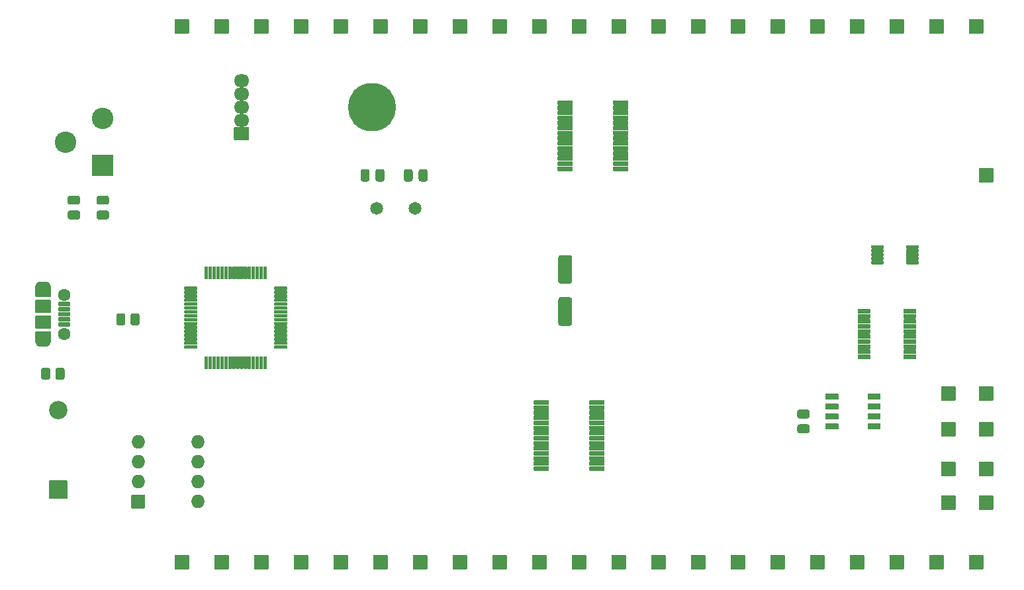
<source format=gts>
G04 #@! TF.GenerationSoftware,KiCad,Pcbnew,(5.1.7)-1*
G04 #@! TF.CreationDate,2020-11-10T12:30:43-06:00*
G04 #@! TF.ProjectId,MCU breakout board,4d435520-6272-4656-916b-6f757420626f,rev?*
G04 #@! TF.SameCoordinates,Original*
G04 #@! TF.FileFunction,Soldermask,Top*
G04 #@! TF.FilePolarity,Negative*
%FSLAX46Y46*%
G04 Gerber Fmt 4.6, Leading zero omitted, Abs format (unit mm)*
G04 Created by KiCad (PCBNEW (5.1.7)-1) date 2020-11-10 12:30:43*
%MOMM*%
%LPD*%
G01*
G04 APERTURE LIST*
%ADD10O,1.952400X1.652400*%
%ADD11O,6.152400X6.152400*%
%ADD12O,1.752400X1.752400*%
%ADD13O,2.352400X2.352400*%
%ADD14C,2.752400*%
%ADD15C,1.602400*%
%ADD16O,2.052400X1.352400*%
%ADD17C,1.652400*%
G04 APERTURE END LIST*
D10*
G04 #@! TO.C,U3*
X78740000Y-90736000D03*
X78740000Y-92436000D03*
X78740000Y-94136000D03*
X78740000Y-95836000D03*
G36*
G01*
X79640000Y-98362200D02*
X77840000Y-98362200D01*
G75*
G02*
X77763800Y-98286000I0J76200D01*
G01*
X77763800Y-96786000D01*
G75*
G02*
X77840000Y-96709800I76200J0D01*
G01*
X79640000Y-96709800D01*
G75*
G02*
X79716200Y-96786000I0J-76200D01*
G01*
X79716200Y-98286000D01*
G75*
G02*
X79640000Y-98362200I-76200J0D01*
G01*
G37*
D11*
X95400000Y-94136000D03*
G04 #@! TD*
G04 #@! TO.C,C16*
G36*
G01*
X119539612Y-113075800D02*
X120744388Y-113075800D01*
G75*
G02*
X121018200Y-113349612I0J-273812D01*
G01*
X121018200Y-116454388D01*
G75*
G02*
X120744388Y-116728200I-273812J0D01*
G01*
X119539612Y-116728200D01*
G75*
G02*
X119265800Y-116454388I0J273812D01*
G01*
X119265800Y-113349612D01*
G75*
G02*
X119539612Y-113075800I273812J0D01*
G01*
G37*
G36*
G01*
X119539612Y-118475800D02*
X120744388Y-118475800D01*
G75*
G02*
X121018200Y-118749612I0J-273812D01*
G01*
X121018200Y-121854388D01*
G75*
G02*
X120744388Y-122128200I-273812J0D01*
G01*
X119539612Y-122128200D01*
G75*
G02*
X119265800Y-121854388I0J273812D01*
G01*
X119265800Y-118749612D01*
G75*
G02*
X119539612Y-118475800I273812J0D01*
G01*
G37*
G04 #@! TD*
G04 #@! TO.C,P2*
G36*
G01*
X170014000Y-145706200D02*
X168314000Y-145706200D01*
G75*
G02*
X168237800Y-145630000I0J76200D01*
G01*
X168237800Y-143930000D01*
G75*
G02*
X168314000Y-143853800I76200J0D01*
G01*
X170014000Y-143853800D01*
G75*
G02*
X170090200Y-143930000I0J-76200D01*
G01*
X170090200Y-145630000D01*
G75*
G02*
X170014000Y-145706200I-76200J0D01*
G01*
G37*
G04 #@! TD*
G04 #@! TO.C,U2*
G36*
G01*
X64633800Y-145430000D02*
X64633800Y-143830000D01*
G75*
G02*
X64710000Y-143753800I76200J0D01*
G01*
X66310000Y-143753800D01*
G75*
G02*
X66386200Y-143830000I0J-76200D01*
G01*
X66386200Y-145430000D01*
G75*
G02*
X66310000Y-145506200I-76200J0D01*
G01*
X64710000Y-145506200D01*
G75*
G02*
X64633800Y-145430000I0J76200D01*
G01*
G37*
D12*
X73130000Y-137010000D03*
X65510000Y-142090000D03*
X73130000Y-139550000D03*
X65510000Y-139550000D03*
X73130000Y-142090000D03*
X65510000Y-137010000D03*
X73130000Y-144630000D03*
G04 #@! TD*
G04 #@! TO.C,IC8*
G36*
G01*
X128150000Y-93876200D02*
X126350000Y-93876200D01*
G75*
G02*
X126273800Y-93800000I0J76200D01*
G01*
X126273800Y-93350000D01*
G75*
G02*
X126350000Y-93273800I76200J0D01*
G01*
X128150000Y-93273800D01*
G75*
G02*
X128226200Y-93350000I0J-76200D01*
G01*
X128226200Y-93800000D01*
G75*
G02*
X128150000Y-93876200I-76200J0D01*
G01*
G37*
G36*
G01*
X128150000Y-94526200D02*
X126350000Y-94526200D01*
G75*
G02*
X126273800Y-94450000I0J76200D01*
G01*
X126273800Y-94000000D01*
G75*
G02*
X126350000Y-93923800I76200J0D01*
G01*
X128150000Y-93923800D01*
G75*
G02*
X128226200Y-94000000I0J-76200D01*
G01*
X128226200Y-94450000D01*
G75*
G02*
X128150000Y-94526200I-76200J0D01*
G01*
G37*
G36*
G01*
X128150000Y-95176200D02*
X126350000Y-95176200D01*
G75*
G02*
X126273800Y-95100000I0J76200D01*
G01*
X126273800Y-94650000D01*
G75*
G02*
X126350000Y-94573800I76200J0D01*
G01*
X128150000Y-94573800D01*
G75*
G02*
X128226200Y-94650000I0J-76200D01*
G01*
X128226200Y-95100000D01*
G75*
G02*
X128150000Y-95176200I-76200J0D01*
G01*
G37*
G36*
G01*
X128150000Y-95826200D02*
X126350000Y-95826200D01*
G75*
G02*
X126273800Y-95750000I0J76200D01*
G01*
X126273800Y-95300000D01*
G75*
G02*
X126350000Y-95223800I76200J0D01*
G01*
X128150000Y-95223800D01*
G75*
G02*
X128226200Y-95300000I0J-76200D01*
G01*
X128226200Y-95750000D01*
G75*
G02*
X128150000Y-95826200I-76200J0D01*
G01*
G37*
G36*
G01*
X128150000Y-96476200D02*
X126350000Y-96476200D01*
G75*
G02*
X126273800Y-96400000I0J76200D01*
G01*
X126273800Y-95950000D01*
G75*
G02*
X126350000Y-95873800I76200J0D01*
G01*
X128150000Y-95873800D01*
G75*
G02*
X128226200Y-95950000I0J-76200D01*
G01*
X128226200Y-96400000D01*
G75*
G02*
X128150000Y-96476200I-76200J0D01*
G01*
G37*
G36*
G01*
X128150000Y-97126200D02*
X126350000Y-97126200D01*
G75*
G02*
X126273800Y-97050000I0J76200D01*
G01*
X126273800Y-96600000D01*
G75*
G02*
X126350000Y-96523800I76200J0D01*
G01*
X128150000Y-96523800D01*
G75*
G02*
X128226200Y-96600000I0J-76200D01*
G01*
X128226200Y-97050000D01*
G75*
G02*
X128150000Y-97126200I-76200J0D01*
G01*
G37*
G36*
G01*
X128150000Y-97776200D02*
X126350000Y-97776200D01*
G75*
G02*
X126273800Y-97700000I0J76200D01*
G01*
X126273800Y-97250000D01*
G75*
G02*
X126350000Y-97173800I76200J0D01*
G01*
X128150000Y-97173800D01*
G75*
G02*
X128226200Y-97250000I0J-76200D01*
G01*
X128226200Y-97700000D01*
G75*
G02*
X128150000Y-97776200I-76200J0D01*
G01*
G37*
G36*
G01*
X128150000Y-98426200D02*
X126350000Y-98426200D01*
G75*
G02*
X126273800Y-98350000I0J76200D01*
G01*
X126273800Y-97900000D01*
G75*
G02*
X126350000Y-97823800I76200J0D01*
G01*
X128150000Y-97823800D01*
G75*
G02*
X128226200Y-97900000I0J-76200D01*
G01*
X128226200Y-98350000D01*
G75*
G02*
X128150000Y-98426200I-76200J0D01*
G01*
G37*
G36*
G01*
X128150000Y-99076200D02*
X126350000Y-99076200D01*
G75*
G02*
X126273800Y-99000000I0J76200D01*
G01*
X126273800Y-98550000D01*
G75*
G02*
X126350000Y-98473800I76200J0D01*
G01*
X128150000Y-98473800D01*
G75*
G02*
X128226200Y-98550000I0J-76200D01*
G01*
X128226200Y-99000000D01*
G75*
G02*
X128150000Y-99076200I-76200J0D01*
G01*
G37*
G36*
G01*
X128150000Y-99726200D02*
X126350000Y-99726200D01*
G75*
G02*
X126273800Y-99650000I0J76200D01*
G01*
X126273800Y-99200000D01*
G75*
G02*
X126350000Y-99123800I76200J0D01*
G01*
X128150000Y-99123800D01*
G75*
G02*
X128226200Y-99200000I0J-76200D01*
G01*
X128226200Y-99650000D01*
G75*
G02*
X128150000Y-99726200I-76200J0D01*
G01*
G37*
G36*
G01*
X128150000Y-100376200D02*
X126350000Y-100376200D01*
G75*
G02*
X126273800Y-100300000I0J76200D01*
G01*
X126273800Y-99850000D01*
G75*
G02*
X126350000Y-99773800I76200J0D01*
G01*
X128150000Y-99773800D01*
G75*
G02*
X128226200Y-99850000I0J-76200D01*
G01*
X128226200Y-100300000D01*
G75*
G02*
X128150000Y-100376200I-76200J0D01*
G01*
G37*
G36*
G01*
X128150000Y-101026200D02*
X126350000Y-101026200D01*
G75*
G02*
X126273800Y-100950000I0J76200D01*
G01*
X126273800Y-100500000D01*
G75*
G02*
X126350000Y-100423800I76200J0D01*
G01*
X128150000Y-100423800D01*
G75*
G02*
X128226200Y-100500000I0J-76200D01*
G01*
X128226200Y-100950000D01*
G75*
G02*
X128150000Y-101026200I-76200J0D01*
G01*
G37*
G36*
G01*
X128150000Y-101676200D02*
X126350000Y-101676200D01*
G75*
G02*
X126273800Y-101600000I0J76200D01*
G01*
X126273800Y-101150000D01*
G75*
G02*
X126350000Y-101073800I76200J0D01*
G01*
X128150000Y-101073800D01*
G75*
G02*
X128226200Y-101150000I0J-76200D01*
G01*
X128226200Y-101600000D01*
G75*
G02*
X128150000Y-101676200I-76200J0D01*
G01*
G37*
G36*
G01*
X128150000Y-102326200D02*
X126350000Y-102326200D01*
G75*
G02*
X126273800Y-102250000I0J76200D01*
G01*
X126273800Y-101800000D01*
G75*
G02*
X126350000Y-101723800I76200J0D01*
G01*
X128150000Y-101723800D01*
G75*
G02*
X128226200Y-101800000I0J-76200D01*
G01*
X128226200Y-102250000D01*
G75*
G02*
X128150000Y-102326200I-76200J0D01*
G01*
G37*
G36*
G01*
X121050000Y-102326200D02*
X119250000Y-102326200D01*
G75*
G02*
X119173800Y-102250000I0J76200D01*
G01*
X119173800Y-101800000D01*
G75*
G02*
X119250000Y-101723800I76200J0D01*
G01*
X121050000Y-101723800D01*
G75*
G02*
X121126200Y-101800000I0J-76200D01*
G01*
X121126200Y-102250000D01*
G75*
G02*
X121050000Y-102326200I-76200J0D01*
G01*
G37*
G36*
G01*
X121050000Y-101676200D02*
X119250000Y-101676200D01*
G75*
G02*
X119173800Y-101600000I0J76200D01*
G01*
X119173800Y-101150000D01*
G75*
G02*
X119250000Y-101073800I76200J0D01*
G01*
X121050000Y-101073800D01*
G75*
G02*
X121126200Y-101150000I0J-76200D01*
G01*
X121126200Y-101600000D01*
G75*
G02*
X121050000Y-101676200I-76200J0D01*
G01*
G37*
G36*
G01*
X121050000Y-101026200D02*
X119250000Y-101026200D01*
G75*
G02*
X119173800Y-100950000I0J76200D01*
G01*
X119173800Y-100500000D01*
G75*
G02*
X119250000Y-100423800I76200J0D01*
G01*
X121050000Y-100423800D01*
G75*
G02*
X121126200Y-100500000I0J-76200D01*
G01*
X121126200Y-100950000D01*
G75*
G02*
X121050000Y-101026200I-76200J0D01*
G01*
G37*
G36*
G01*
X121050000Y-100376200D02*
X119250000Y-100376200D01*
G75*
G02*
X119173800Y-100300000I0J76200D01*
G01*
X119173800Y-99850000D01*
G75*
G02*
X119250000Y-99773800I76200J0D01*
G01*
X121050000Y-99773800D01*
G75*
G02*
X121126200Y-99850000I0J-76200D01*
G01*
X121126200Y-100300000D01*
G75*
G02*
X121050000Y-100376200I-76200J0D01*
G01*
G37*
G36*
G01*
X121050000Y-99726200D02*
X119250000Y-99726200D01*
G75*
G02*
X119173800Y-99650000I0J76200D01*
G01*
X119173800Y-99200000D01*
G75*
G02*
X119250000Y-99123800I76200J0D01*
G01*
X121050000Y-99123800D01*
G75*
G02*
X121126200Y-99200000I0J-76200D01*
G01*
X121126200Y-99650000D01*
G75*
G02*
X121050000Y-99726200I-76200J0D01*
G01*
G37*
G36*
G01*
X121050000Y-99076200D02*
X119250000Y-99076200D01*
G75*
G02*
X119173800Y-99000000I0J76200D01*
G01*
X119173800Y-98550000D01*
G75*
G02*
X119250000Y-98473800I76200J0D01*
G01*
X121050000Y-98473800D01*
G75*
G02*
X121126200Y-98550000I0J-76200D01*
G01*
X121126200Y-99000000D01*
G75*
G02*
X121050000Y-99076200I-76200J0D01*
G01*
G37*
G36*
G01*
X121050000Y-98426200D02*
X119250000Y-98426200D01*
G75*
G02*
X119173800Y-98350000I0J76200D01*
G01*
X119173800Y-97900000D01*
G75*
G02*
X119250000Y-97823800I76200J0D01*
G01*
X121050000Y-97823800D01*
G75*
G02*
X121126200Y-97900000I0J-76200D01*
G01*
X121126200Y-98350000D01*
G75*
G02*
X121050000Y-98426200I-76200J0D01*
G01*
G37*
G36*
G01*
X121050000Y-97776200D02*
X119250000Y-97776200D01*
G75*
G02*
X119173800Y-97700000I0J76200D01*
G01*
X119173800Y-97250000D01*
G75*
G02*
X119250000Y-97173800I76200J0D01*
G01*
X121050000Y-97173800D01*
G75*
G02*
X121126200Y-97250000I0J-76200D01*
G01*
X121126200Y-97700000D01*
G75*
G02*
X121050000Y-97776200I-76200J0D01*
G01*
G37*
G36*
G01*
X121050000Y-97126200D02*
X119250000Y-97126200D01*
G75*
G02*
X119173800Y-97050000I0J76200D01*
G01*
X119173800Y-96600000D01*
G75*
G02*
X119250000Y-96523800I76200J0D01*
G01*
X121050000Y-96523800D01*
G75*
G02*
X121126200Y-96600000I0J-76200D01*
G01*
X121126200Y-97050000D01*
G75*
G02*
X121050000Y-97126200I-76200J0D01*
G01*
G37*
G36*
G01*
X121050000Y-96476200D02*
X119250000Y-96476200D01*
G75*
G02*
X119173800Y-96400000I0J76200D01*
G01*
X119173800Y-95950000D01*
G75*
G02*
X119250000Y-95873800I76200J0D01*
G01*
X121050000Y-95873800D01*
G75*
G02*
X121126200Y-95950000I0J-76200D01*
G01*
X121126200Y-96400000D01*
G75*
G02*
X121050000Y-96476200I-76200J0D01*
G01*
G37*
G36*
G01*
X121050000Y-95826200D02*
X119250000Y-95826200D01*
G75*
G02*
X119173800Y-95750000I0J76200D01*
G01*
X119173800Y-95300000D01*
G75*
G02*
X119250000Y-95223800I76200J0D01*
G01*
X121050000Y-95223800D01*
G75*
G02*
X121126200Y-95300000I0J-76200D01*
G01*
X121126200Y-95750000D01*
G75*
G02*
X121050000Y-95826200I-76200J0D01*
G01*
G37*
G36*
G01*
X121050000Y-95176200D02*
X119250000Y-95176200D01*
G75*
G02*
X119173800Y-95100000I0J76200D01*
G01*
X119173800Y-94650000D01*
G75*
G02*
X119250000Y-94573800I76200J0D01*
G01*
X121050000Y-94573800D01*
G75*
G02*
X121126200Y-94650000I0J-76200D01*
G01*
X121126200Y-95100000D01*
G75*
G02*
X121050000Y-95176200I-76200J0D01*
G01*
G37*
G36*
G01*
X121050000Y-94526200D02*
X119250000Y-94526200D01*
G75*
G02*
X119173800Y-94450000I0J76200D01*
G01*
X119173800Y-94000000D01*
G75*
G02*
X119250000Y-93923800I76200J0D01*
G01*
X121050000Y-93923800D01*
G75*
G02*
X121126200Y-94000000I0J-76200D01*
G01*
X121126200Y-94450000D01*
G75*
G02*
X121050000Y-94526200I-76200J0D01*
G01*
G37*
G36*
G01*
X121050000Y-93876200D02*
X119250000Y-93876200D01*
G75*
G02*
X119173800Y-93800000I0J76200D01*
G01*
X119173800Y-93350000D01*
G75*
G02*
X119250000Y-93273800I76200J0D01*
G01*
X121050000Y-93273800D01*
G75*
G02*
X121126200Y-93350000I0J-76200D01*
G01*
X121126200Y-93800000D01*
G75*
G02*
X121050000Y-93876200I-76200J0D01*
G01*
G37*
G04 #@! TD*
G04 #@! TO.C,C6*
G36*
G01*
X100652200Y-102356900D02*
X100652200Y-103383100D01*
G75*
G02*
X100364100Y-103671200I-288100J0D01*
G01*
X99787900Y-103671200D01*
G75*
G02*
X99499800Y-103383100I0J288100D01*
G01*
X99499800Y-102356900D01*
G75*
G02*
X99787900Y-102068800I288100J0D01*
G01*
X100364100Y-102068800D01*
G75*
G02*
X100652200Y-102356900I0J-288100D01*
G01*
G37*
G36*
G01*
X102552200Y-102356900D02*
X102552200Y-103383100D01*
G75*
G02*
X102264100Y-103671200I-288100J0D01*
G01*
X101687900Y-103671200D01*
G75*
G02*
X101399800Y-103383100I0J288100D01*
G01*
X101399800Y-102356900D01*
G75*
G02*
X101687900Y-102068800I288100J0D01*
G01*
X102264100Y-102068800D01*
G75*
G02*
X102552200Y-102356900I0J-288100D01*
G01*
G37*
G04 #@! TD*
G04 #@! TO.C,C7*
G36*
G01*
X93977800Y-103383100D02*
X93977800Y-102356900D01*
G75*
G02*
X94265900Y-102068800I288100J0D01*
G01*
X94842100Y-102068800D01*
G75*
G02*
X95130200Y-102356900I0J-288100D01*
G01*
X95130200Y-103383100D01*
G75*
G02*
X94842100Y-103671200I-288100J0D01*
G01*
X94265900Y-103671200D01*
G75*
G02*
X93977800Y-103383100I0J288100D01*
G01*
G37*
G36*
G01*
X95877800Y-103383100D02*
X95877800Y-102356900D01*
G75*
G02*
X96165900Y-102068800I288100J0D01*
G01*
X96742100Y-102068800D01*
G75*
G02*
X97030200Y-102356900I0J-288100D01*
G01*
X97030200Y-103383100D01*
G75*
G02*
X96742100Y-103671200I-288100J0D01*
G01*
X96165900Y-103671200D01*
G75*
G02*
X95877800Y-103383100I0J288100D01*
G01*
G37*
G04 #@! TD*
G04 #@! TO.C,C13*
G36*
G01*
X150108900Y-134739800D02*
X151135100Y-134739800D01*
G75*
G02*
X151423200Y-135027900I0J-288100D01*
G01*
X151423200Y-135604100D01*
G75*
G02*
X151135100Y-135892200I-288100J0D01*
G01*
X150108900Y-135892200D01*
G75*
G02*
X149820800Y-135604100I0J288100D01*
G01*
X149820800Y-135027900D01*
G75*
G02*
X150108900Y-134739800I288100J0D01*
G01*
G37*
G36*
G01*
X150108900Y-132839800D02*
X151135100Y-132839800D01*
G75*
G02*
X151423200Y-133127900I0J-288100D01*
G01*
X151423200Y-133704100D01*
G75*
G02*
X151135100Y-133992200I-288100J0D01*
G01*
X150108900Y-133992200D01*
G75*
G02*
X149820800Y-133704100I0J288100D01*
G01*
X149820800Y-133127900D01*
G75*
G02*
X150108900Y-132839800I288100J0D01*
G01*
G37*
G04 #@! TD*
G04 #@! TO.C,C15*
G36*
G01*
X60486900Y-107373800D02*
X61513100Y-107373800D01*
G75*
G02*
X61801200Y-107661900I0J-288100D01*
G01*
X61801200Y-108238100D01*
G75*
G02*
X61513100Y-108526200I-288100J0D01*
G01*
X60486900Y-108526200D01*
G75*
G02*
X60198800Y-108238100I0J288100D01*
G01*
X60198800Y-107661900D01*
G75*
G02*
X60486900Y-107373800I288100J0D01*
G01*
G37*
G36*
G01*
X60486900Y-105473800D02*
X61513100Y-105473800D01*
G75*
G02*
X61801200Y-105761900I0J-288100D01*
G01*
X61801200Y-106338100D01*
G75*
G02*
X61513100Y-106626200I-288100J0D01*
G01*
X60486900Y-106626200D01*
G75*
G02*
X60198800Y-106338100I0J288100D01*
G01*
X60198800Y-105761900D01*
G75*
G02*
X60486900Y-105473800I288100J0D01*
G01*
G37*
G04 #@! TD*
G04 #@! TO.C,C21*
G36*
G01*
X56786900Y-105473800D02*
X57813100Y-105473800D01*
G75*
G02*
X58101200Y-105761900I0J-288100D01*
G01*
X58101200Y-106338100D01*
G75*
G02*
X57813100Y-106626200I-288100J0D01*
G01*
X56786900Y-106626200D01*
G75*
G02*
X56498800Y-106338100I0J288100D01*
G01*
X56498800Y-105761900D01*
G75*
G02*
X56786900Y-105473800I288100J0D01*
G01*
G37*
G36*
G01*
X56786900Y-107373800D02*
X57813100Y-107373800D01*
G75*
G02*
X58101200Y-107661900I0J-288100D01*
G01*
X58101200Y-108238100D01*
G75*
G02*
X57813100Y-108526200I-288100J0D01*
G01*
X56786900Y-108526200D01*
G75*
G02*
X56498800Y-108238100I0J288100D01*
G01*
X56498800Y-107661900D01*
G75*
G02*
X56786900Y-107373800I288100J0D01*
G01*
G37*
G04 #@! TD*
G04 #@! TO.C,D1*
G36*
G01*
X56400000Y-144276200D02*
X54200000Y-144276200D01*
G75*
G02*
X54123800Y-144200000I0J76200D01*
G01*
X54123800Y-142000000D01*
G75*
G02*
X54200000Y-141923800I76200J0D01*
G01*
X56400000Y-141923800D01*
G75*
G02*
X56476200Y-142000000I0J-76200D01*
G01*
X56476200Y-144200000D01*
G75*
G02*
X56400000Y-144276200I-76200J0D01*
G01*
G37*
D13*
X55300000Y-132940000D03*
G04 #@! TD*
G04 #@! TO.C,IC4*
G36*
G01*
X160422000Y-131592200D02*
X158922000Y-131592200D01*
G75*
G02*
X158845800Y-131516000I0J76200D01*
G01*
X158845800Y-130866000D01*
G75*
G02*
X158922000Y-130789800I76200J0D01*
G01*
X160422000Y-130789800D01*
G75*
G02*
X160498200Y-130866000I0J-76200D01*
G01*
X160498200Y-131516000D01*
G75*
G02*
X160422000Y-131592200I-76200J0D01*
G01*
G37*
G36*
G01*
X160422000Y-132862200D02*
X158922000Y-132862200D01*
G75*
G02*
X158845800Y-132786000I0J76200D01*
G01*
X158845800Y-132136000D01*
G75*
G02*
X158922000Y-132059800I76200J0D01*
G01*
X160422000Y-132059800D01*
G75*
G02*
X160498200Y-132136000I0J-76200D01*
G01*
X160498200Y-132786000D01*
G75*
G02*
X160422000Y-132862200I-76200J0D01*
G01*
G37*
G36*
G01*
X160422000Y-134132200D02*
X158922000Y-134132200D01*
G75*
G02*
X158845800Y-134056000I0J76200D01*
G01*
X158845800Y-133406000D01*
G75*
G02*
X158922000Y-133329800I76200J0D01*
G01*
X160422000Y-133329800D01*
G75*
G02*
X160498200Y-133406000I0J-76200D01*
G01*
X160498200Y-134056000D01*
G75*
G02*
X160422000Y-134132200I-76200J0D01*
G01*
G37*
G36*
G01*
X160422000Y-135402200D02*
X158922000Y-135402200D01*
G75*
G02*
X158845800Y-135326000I0J76200D01*
G01*
X158845800Y-134676000D01*
G75*
G02*
X158922000Y-134599800I76200J0D01*
G01*
X160422000Y-134599800D01*
G75*
G02*
X160498200Y-134676000I0J-76200D01*
G01*
X160498200Y-135326000D01*
G75*
G02*
X160422000Y-135402200I-76200J0D01*
G01*
G37*
G36*
G01*
X155022000Y-135402200D02*
X153522000Y-135402200D01*
G75*
G02*
X153445800Y-135326000I0J76200D01*
G01*
X153445800Y-134676000D01*
G75*
G02*
X153522000Y-134599800I76200J0D01*
G01*
X155022000Y-134599800D01*
G75*
G02*
X155098200Y-134676000I0J-76200D01*
G01*
X155098200Y-135326000D01*
G75*
G02*
X155022000Y-135402200I-76200J0D01*
G01*
G37*
G36*
G01*
X155022000Y-134132200D02*
X153522000Y-134132200D01*
G75*
G02*
X153445800Y-134056000I0J76200D01*
G01*
X153445800Y-133406000D01*
G75*
G02*
X153522000Y-133329800I76200J0D01*
G01*
X155022000Y-133329800D01*
G75*
G02*
X155098200Y-133406000I0J-76200D01*
G01*
X155098200Y-134056000D01*
G75*
G02*
X155022000Y-134132200I-76200J0D01*
G01*
G37*
G36*
G01*
X155022000Y-132862200D02*
X153522000Y-132862200D01*
G75*
G02*
X153445800Y-132786000I0J76200D01*
G01*
X153445800Y-132136000D01*
G75*
G02*
X153522000Y-132059800I76200J0D01*
G01*
X155022000Y-132059800D01*
G75*
G02*
X155098200Y-132136000I0J-76200D01*
G01*
X155098200Y-132786000D01*
G75*
G02*
X155022000Y-132862200I-76200J0D01*
G01*
G37*
G36*
G01*
X155022000Y-131592200D02*
X153522000Y-131592200D01*
G75*
G02*
X153445800Y-131516000I0J76200D01*
G01*
X153445800Y-130866000D01*
G75*
G02*
X153522000Y-130789800I76200J0D01*
G01*
X155022000Y-130789800D01*
G75*
G02*
X155098200Y-130866000I0J-76200D01*
G01*
X155098200Y-131516000D01*
G75*
G02*
X155022000Y-131592200I-76200J0D01*
G01*
G37*
G04 #@! TD*
G04 #@! TO.C,IC5*
G36*
G01*
X73000000Y-117576200D02*
X71500000Y-117576200D01*
G75*
G02*
X71423800Y-117500000I0J76200D01*
G01*
X71423800Y-117200000D01*
G75*
G02*
X71500000Y-117123800I76200J0D01*
G01*
X73000000Y-117123800D01*
G75*
G02*
X73076200Y-117200000I0J-76200D01*
G01*
X73076200Y-117500000D01*
G75*
G02*
X73000000Y-117576200I-76200J0D01*
G01*
G37*
G36*
G01*
X73000000Y-118076200D02*
X71500000Y-118076200D01*
G75*
G02*
X71423800Y-118000000I0J76200D01*
G01*
X71423800Y-117700000D01*
G75*
G02*
X71500000Y-117623800I76200J0D01*
G01*
X73000000Y-117623800D01*
G75*
G02*
X73076200Y-117700000I0J-76200D01*
G01*
X73076200Y-118000000D01*
G75*
G02*
X73000000Y-118076200I-76200J0D01*
G01*
G37*
G36*
G01*
X73000000Y-118576200D02*
X71500000Y-118576200D01*
G75*
G02*
X71423800Y-118500000I0J76200D01*
G01*
X71423800Y-118200000D01*
G75*
G02*
X71500000Y-118123800I76200J0D01*
G01*
X73000000Y-118123800D01*
G75*
G02*
X73076200Y-118200000I0J-76200D01*
G01*
X73076200Y-118500000D01*
G75*
G02*
X73000000Y-118576200I-76200J0D01*
G01*
G37*
G36*
G01*
X73000000Y-119076200D02*
X71500000Y-119076200D01*
G75*
G02*
X71423800Y-119000000I0J76200D01*
G01*
X71423800Y-118700000D01*
G75*
G02*
X71500000Y-118623800I76200J0D01*
G01*
X73000000Y-118623800D01*
G75*
G02*
X73076200Y-118700000I0J-76200D01*
G01*
X73076200Y-119000000D01*
G75*
G02*
X73000000Y-119076200I-76200J0D01*
G01*
G37*
G36*
G01*
X73000000Y-119576200D02*
X71500000Y-119576200D01*
G75*
G02*
X71423800Y-119500000I0J76200D01*
G01*
X71423800Y-119200000D01*
G75*
G02*
X71500000Y-119123800I76200J0D01*
G01*
X73000000Y-119123800D01*
G75*
G02*
X73076200Y-119200000I0J-76200D01*
G01*
X73076200Y-119500000D01*
G75*
G02*
X73000000Y-119576200I-76200J0D01*
G01*
G37*
G36*
G01*
X73000000Y-120076200D02*
X71500000Y-120076200D01*
G75*
G02*
X71423800Y-120000000I0J76200D01*
G01*
X71423800Y-119700000D01*
G75*
G02*
X71500000Y-119623800I76200J0D01*
G01*
X73000000Y-119623800D01*
G75*
G02*
X73076200Y-119700000I0J-76200D01*
G01*
X73076200Y-120000000D01*
G75*
G02*
X73000000Y-120076200I-76200J0D01*
G01*
G37*
G36*
G01*
X73000000Y-120576200D02*
X71500000Y-120576200D01*
G75*
G02*
X71423800Y-120500000I0J76200D01*
G01*
X71423800Y-120200000D01*
G75*
G02*
X71500000Y-120123800I76200J0D01*
G01*
X73000000Y-120123800D01*
G75*
G02*
X73076200Y-120200000I0J-76200D01*
G01*
X73076200Y-120500000D01*
G75*
G02*
X73000000Y-120576200I-76200J0D01*
G01*
G37*
G36*
G01*
X73000000Y-121076200D02*
X71500000Y-121076200D01*
G75*
G02*
X71423800Y-121000000I0J76200D01*
G01*
X71423800Y-120700000D01*
G75*
G02*
X71500000Y-120623800I76200J0D01*
G01*
X73000000Y-120623800D01*
G75*
G02*
X73076200Y-120700000I0J-76200D01*
G01*
X73076200Y-121000000D01*
G75*
G02*
X73000000Y-121076200I-76200J0D01*
G01*
G37*
G36*
G01*
X73000000Y-121576200D02*
X71500000Y-121576200D01*
G75*
G02*
X71423800Y-121500000I0J76200D01*
G01*
X71423800Y-121200000D01*
G75*
G02*
X71500000Y-121123800I76200J0D01*
G01*
X73000000Y-121123800D01*
G75*
G02*
X73076200Y-121200000I0J-76200D01*
G01*
X73076200Y-121500000D01*
G75*
G02*
X73000000Y-121576200I-76200J0D01*
G01*
G37*
G36*
G01*
X73000000Y-122076200D02*
X71500000Y-122076200D01*
G75*
G02*
X71423800Y-122000000I0J76200D01*
G01*
X71423800Y-121700000D01*
G75*
G02*
X71500000Y-121623800I76200J0D01*
G01*
X73000000Y-121623800D01*
G75*
G02*
X73076200Y-121700000I0J-76200D01*
G01*
X73076200Y-122000000D01*
G75*
G02*
X73000000Y-122076200I-76200J0D01*
G01*
G37*
G36*
G01*
X73000000Y-122576200D02*
X71500000Y-122576200D01*
G75*
G02*
X71423800Y-122500000I0J76200D01*
G01*
X71423800Y-122200000D01*
G75*
G02*
X71500000Y-122123800I76200J0D01*
G01*
X73000000Y-122123800D01*
G75*
G02*
X73076200Y-122200000I0J-76200D01*
G01*
X73076200Y-122500000D01*
G75*
G02*
X73000000Y-122576200I-76200J0D01*
G01*
G37*
G36*
G01*
X73000000Y-123076200D02*
X71500000Y-123076200D01*
G75*
G02*
X71423800Y-123000000I0J76200D01*
G01*
X71423800Y-122700000D01*
G75*
G02*
X71500000Y-122623800I76200J0D01*
G01*
X73000000Y-122623800D01*
G75*
G02*
X73076200Y-122700000I0J-76200D01*
G01*
X73076200Y-123000000D01*
G75*
G02*
X73000000Y-123076200I-76200J0D01*
G01*
G37*
G36*
G01*
X73000000Y-123576200D02*
X71500000Y-123576200D01*
G75*
G02*
X71423800Y-123500000I0J76200D01*
G01*
X71423800Y-123200000D01*
G75*
G02*
X71500000Y-123123800I76200J0D01*
G01*
X73000000Y-123123800D01*
G75*
G02*
X73076200Y-123200000I0J-76200D01*
G01*
X73076200Y-123500000D01*
G75*
G02*
X73000000Y-123576200I-76200J0D01*
G01*
G37*
G36*
G01*
X73000000Y-124076200D02*
X71500000Y-124076200D01*
G75*
G02*
X71423800Y-124000000I0J76200D01*
G01*
X71423800Y-123700000D01*
G75*
G02*
X71500000Y-123623800I76200J0D01*
G01*
X73000000Y-123623800D01*
G75*
G02*
X73076200Y-123700000I0J-76200D01*
G01*
X73076200Y-124000000D01*
G75*
G02*
X73000000Y-124076200I-76200J0D01*
G01*
G37*
G36*
G01*
X73000000Y-124576200D02*
X71500000Y-124576200D01*
G75*
G02*
X71423800Y-124500000I0J76200D01*
G01*
X71423800Y-124200000D01*
G75*
G02*
X71500000Y-124123800I76200J0D01*
G01*
X73000000Y-124123800D01*
G75*
G02*
X73076200Y-124200000I0J-76200D01*
G01*
X73076200Y-124500000D01*
G75*
G02*
X73000000Y-124576200I-76200J0D01*
G01*
G37*
G36*
G01*
X73000000Y-125076200D02*
X71500000Y-125076200D01*
G75*
G02*
X71423800Y-125000000I0J76200D01*
G01*
X71423800Y-124700000D01*
G75*
G02*
X71500000Y-124623800I76200J0D01*
G01*
X73000000Y-124623800D01*
G75*
G02*
X73076200Y-124700000I0J-76200D01*
G01*
X73076200Y-125000000D01*
G75*
G02*
X73000000Y-125076200I-76200J0D01*
G01*
G37*
G36*
G01*
X74023800Y-127600000D02*
X74023800Y-126100000D01*
G75*
G02*
X74100000Y-126023800I76200J0D01*
G01*
X74400000Y-126023800D01*
G75*
G02*
X74476200Y-126100000I0J-76200D01*
G01*
X74476200Y-127600000D01*
G75*
G02*
X74400000Y-127676200I-76200J0D01*
G01*
X74100000Y-127676200D01*
G75*
G02*
X74023800Y-127600000I0J76200D01*
G01*
G37*
G36*
G01*
X74523800Y-127600000D02*
X74523800Y-126100000D01*
G75*
G02*
X74600000Y-126023800I76200J0D01*
G01*
X74900000Y-126023800D01*
G75*
G02*
X74976200Y-126100000I0J-76200D01*
G01*
X74976200Y-127600000D01*
G75*
G02*
X74900000Y-127676200I-76200J0D01*
G01*
X74600000Y-127676200D01*
G75*
G02*
X74523800Y-127600000I0J76200D01*
G01*
G37*
G36*
G01*
X75023800Y-127600000D02*
X75023800Y-126100000D01*
G75*
G02*
X75100000Y-126023800I76200J0D01*
G01*
X75400000Y-126023800D01*
G75*
G02*
X75476200Y-126100000I0J-76200D01*
G01*
X75476200Y-127600000D01*
G75*
G02*
X75400000Y-127676200I-76200J0D01*
G01*
X75100000Y-127676200D01*
G75*
G02*
X75023800Y-127600000I0J76200D01*
G01*
G37*
G36*
G01*
X75523800Y-127600000D02*
X75523800Y-126100000D01*
G75*
G02*
X75600000Y-126023800I76200J0D01*
G01*
X75900000Y-126023800D01*
G75*
G02*
X75976200Y-126100000I0J-76200D01*
G01*
X75976200Y-127600000D01*
G75*
G02*
X75900000Y-127676200I-76200J0D01*
G01*
X75600000Y-127676200D01*
G75*
G02*
X75523800Y-127600000I0J76200D01*
G01*
G37*
G36*
G01*
X76023800Y-127600000D02*
X76023800Y-126100000D01*
G75*
G02*
X76100000Y-126023800I76200J0D01*
G01*
X76400000Y-126023800D01*
G75*
G02*
X76476200Y-126100000I0J-76200D01*
G01*
X76476200Y-127600000D01*
G75*
G02*
X76400000Y-127676200I-76200J0D01*
G01*
X76100000Y-127676200D01*
G75*
G02*
X76023800Y-127600000I0J76200D01*
G01*
G37*
G36*
G01*
X76523800Y-127600000D02*
X76523800Y-126100000D01*
G75*
G02*
X76600000Y-126023800I76200J0D01*
G01*
X76900000Y-126023800D01*
G75*
G02*
X76976200Y-126100000I0J-76200D01*
G01*
X76976200Y-127600000D01*
G75*
G02*
X76900000Y-127676200I-76200J0D01*
G01*
X76600000Y-127676200D01*
G75*
G02*
X76523800Y-127600000I0J76200D01*
G01*
G37*
G36*
G01*
X77023800Y-127600000D02*
X77023800Y-126100000D01*
G75*
G02*
X77100000Y-126023800I76200J0D01*
G01*
X77400000Y-126023800D01*
G75*
G02*
X77476200Y-126100000I0J-76200D01*
G01*
X77476200Y-127600000D01*
G75*
G02*
X77400000Y-127676200I-76200J0D01*
G01*
X77100000Y-127676200D01*
G75*
G02*
X77023800Y-127600000I0J76200D01*
G01*
G37*
G36*
G01*
X77523800Y-127600000D02*
X77523800Y-126100000D01*
G75*
G02*
X77600000Y-126023800I76200J0D01*
G01*
X77900000Y-126023800D01*
G75*
G02*
X77976200Y-126100000I0J-76200D01*
G01*
X77976200Y-127600000D01*
G75*
G02*
X77900000Y-127676200I-76200J0D01*
G01*
X77600000Y-127676200D01*
G75*
G02*
X77523800Y-127600000I0J76200D01*
G01*
G37*
G36*
G01*
X78023800Y-127600000D02*
X78023800Y-126100000D01*
G75*
G02*
X78100000Y-126023800I76200J0D01*
G01*
X78400000Y-126023800D01*
G75*
G02*
X78476200Y-126100000I0J-76200D01*
G01*
X78476200Y-127600000D01*
G75*
G02*
X78400000Y-127676200I-76200J0D01*
G01*
X78100000Y-127676200D01*
G75*
G02*
X78023800Y-127600000I0J76200D01*
G01*
G37*
G36*
G01*
X78523800Y-127600000D02*
X78523800Y-126100000D01*
G75*
G02*
X78600000Y-126023800I76200J0D01*
G01*
X78900000Y-126023800D01*
G75*
G02*
X78976200Y-126100000I0J-76200D01*
G01*
X78976200Y-127600000D01*
G75*
G02*
X78900000Y-127676200I-76200J0D01*
G01*
X78600000Y-127676200D01*
G75*
G02*
X78523800Y-127600000I0J76200D01*
G01*
G37*
G36*
G01*
X79023800Y-127600000D02*
X79023800Y-126100000D01*
G75*
G02*
X79100000Y-126023800I76200J0D01*
G01*
X79400000Y-126023800D01*
G75*
G02*
X79476200Y-126100000I0J-76200D01*
G01*
X79476200Y-127600000D01*
G75*
G02*
X79400000Y-127676200I-76200J0D01*
G01*
X79100000Y-127676200D01*
G75*
G02*
X79023800Y-127600000I0J76200D01*
G01*
G37*
G36*
G01*
X79523800Y-127600000D02*
X79523800Y-126100000D01*
G75*
G02*
X79600000Y-126023800I76200J0D01*
G01*
X79900000Y-126023800D01*
G75*
G02*
X79976200Y-126100000I0J-76200D01*
G01*
X79976200Y-127600000D01*
G75*
G02*
X79900000Y-127676200I-76200J0D01*
G01*
X79600000Y-127676200D01*
G75*
G02*
X79523800Y-127600000I0J76200D01*
G01*
G37*
G36*
G01*
X80023800Y-127600000D02*
X80023800Y-126100000D01*
G75*
G02*
X80100000Y-126023800I76200J0D01*
G01*
X80400000Y-126023800D01*
G75*
G02*
X80476200Y-126100000I0J-76200D01*
G01*
X80476200Y-127600000D01*
G75*
G02*
X80400000Y-127676200I-76200J0D01*
G01*
X80100000Y-127676200D01*
G75*
G02*
X80023800Y-127600000I0J76200D01*
G01*
G37*
G36*
G01*
X80523800Y-127600000D02*
X80523800Y-126100000D01*
G75*
G02*
X80600000Y-126023800I76200J0D01*
G01*
X80900000Y-126023800D01*
G75*
G02*
X80976200Y-126100000I0J-76200D01*
G01*
X80976200Y-127600000D01*
G75*
G02*
X80900000Y-127676200I-76200J0D01*
G01*
X80600000Y-127676200D01*
G75*
G02*
X80523800Y-127600000I0J76200D01*
G01*
G37*
G36*
G01*
X81023800Y-127600000D02*
X81023800Y-126100000D01*
G75*
G02*
X81100000Y-126023800I76200J0D01*
G01*
X81400000Y-126023800D01*
G75*
G02*
X81476200Y-126100000I0J-76200D01*
G01*
X81476200Y-127600000D01*
G75*
G02*
X81400000Y-127676200I-76200J0D01*
G01*
X81100000Y-127676200D01*
G75*
G02*
X81023800Y-127600000I0J76200D01*
G01*
G37*
G36*
G01*
X81523800Y-127600000D02*
X81523800Y-126100000D01*
G75*
G02*
X81600000Y-126023800I76200J0D01*
G01*
X81900000Y-126023800D01*
G75*
G02*
X81976200Y-126100000I0J-76200D01*
G01*
X81976200Y-127600000D01*
G75*
G02*
X81900000Y-127676200I-76200J0D01*
G01*
X81600000Y-127676200D01*
G75*
G02*
X81523800Y-127600000I0J76200D01*
G01*
G37*
G36*
G01*
X84500000Y-125076200D02*
X83000000Y-125076200D01*
G75*
G02*
X82923800Y-125000000I0J76200D01*
G01*
X82923800Y-124700000D01*
G75*
G02*
X83000000Y-124623800I76200J0D01*
G01*
X84500000Y-124623800D01*
G75*
G02*
X84576200Y-124700000I0J-76200D01*
G01*
X84576200Y-125000000D01*
G75*
G02*
X84500000Y-125076200I-76200J0D01*
G01*
G37*
G36*
G01*
X84500000Y-124576200D02*
X83000000Y-124576200D01*
G75*
G02*
X82923800Y-124500000I0J76200D01*
G01*
X82923800Y-124200000D01*
G75*
G02*
X83000000Y-124123800I76200J0D01*
G01*
X84500000Y-124123800D01*
G75*
G02*
X84576200Y-124200000I0J-76200D01*
G01*
X84576200Y-124500000D01*
G75*
G02*
X84500000Y-124576200I-76200J0D01*
G01*
G37*
G36*
G01*
X84500000Y-124076200D02*
X83000000Y-124076200D01*
G75*
G02*
X82923800Y-124000000I0J76200D01*
G01*
X82923800Y-123700000D01*
G75*
G02*
X83000000Y-123623800I76200J0D01*
G01*
X84500000Y-123623800D01*
G75*
G02*
X84576200Y-123700000I0J-76200D01*
G01*
X84576200Y-124000000D01*
G75*
G02*
X84500000Y-124076200I-76200J0D01*
G01*
G37*
G36*
G01*
X84500000Y-123576200D02*
X83000000Y-123576200D01*
G75*
G02*
X82923800Y-123500000I0J76200D01*
G01*
X82923800Y-123200000D01*
G75*
G02*
X83000000Y-123123800I76200J0D01*
G01*
X84500000Y-123123800D01*
G75*
G02*
X84576200Y-123200000I0J-76200D01*
G01*
X84576200Y-123500000D01*
G75*
G02*
X84500000Y-123576200I-76200J0D01*
G01*
G37*
G36*
G01*
X84500000Y-123076200D02*
X83000000Y-123076200D01*
G75*
G02*
X82923800Y-123000000I0J76200D01*
G01*
X82923800Y-122700000D01*
G75*
G02*
X83000000Y-122623800I76200J0D01*
G01*
X84500000Y-122623800D01*
G75*
G02*
X84576200Y-122700000I0J-76200D01*
G01*
X84576200Y-123000000D01*
G75*
G02*
X84500000Y-123076200I-76200J0D01*
G01*
G37*
G36*
G01*
X84500000Y-122576200D02*
X83000000Y-122576200D01*
G75*
G02*
X82923800Y-122500000I0J76200D01*
G01*
X82923800Y-122200000D01*
G75*
G02*
X83000000Y-122123800I76200J0D01*
G01*
X84500000Y-122123800D01*
G75*
G02*
X84576200Y-122200000I0J-76200D01*
G01*
X84576200Y-122500000D01*
G75*
G02*
X84500000Y-122576200I-76200J0D01*
G01*
G37*
G36*
G01*
X84500000Y-122076200D02*
X83000000Y-122076200D01*
G75*
G02*
X82923800Y-122000000I0J76200D01*
G01*
X82923800Y-121700000D01*
G75*
G02*
X83000000Y-121623800I76200J0D01*
G01*
X84500000Y-121623800D01*
G75*
G02*
X84576200Y-121700000I0J-76200D01*
G01*
X84576200Y-122000000D01*
G75*
G02*
X84500000Y-122076200I-76200J0D01*
G01*
G37*
G36*
G01*
X84500000Y-121576200D02*
X83000000Y-121576200D01*
G75*
G02*
X82923800Y-121500000I0J76200D01*
G01*
X82923800Y-121200000D01*
G75*
G02*
X83000000Y-121123800I76200J0D01*
G01*
X84500000Y-121123800D01*
G75*
G02*
X84576200Y-121200000I0J-76200D01*
G01*
X84576200Y-121500000D01*
G75*
G02*
X84500000Y-121576200I-76200J0D01*
G01*
G37*
G36*
G01*
X84500000Y-121076200D02*
X83000000Y-121076200D01*
G75*
G02*
X82923800Y-121000000I0J76200D01*
G01*
X82923800Y-120700000D01*
G75*
G02*
X83000000Y-120623800I76200J0D01*
G01*
X84500000Y-120623800D01*
G75*
G02*
X84576200Y-120700000I0J-76200D01*
G01*
X84576200Y-121000000D01*
G75*
G02*
X84500000Y-121076200I-76200J0D01*
G01*
G37*
G36*
G01*
X84500000Y-120576200D02*
X83000000Y-120576200D01*
G75*
G02*
X82923800Y-120500000I0J76200D01*
G01*
X82923800Y-120200000D01*
G75*
G02*
X83000000Y-120123800I76200J0D01*
G01*
X84500000Y-120123800D01*
G75*
G02*
X84576200Y-120200000I0J-76200D01*
G01*
X84576200Y-120500000D01*
G75*
G02*
X84500000Y-120576200I-76200J0D01*
G01*
G37*
G36*
G01*
X84500000Y-120076200D02*
X83000000Y-120076200D01*
G75*
G02*
X82923800Y-120000000I0J76200D01*
G01*
X82923800Y-119700000D01*
G75*
G02*
X83000000Y-119623800I76200J0D01*
G01*
X84500000Y-119623800D01*
G75*
G02*
X84576200Y-119700000I0J-76200D01*
G01*
X84576200Y-120000000D01*
G75*
G02*
X84500000Y-120076200I-76200J0D01*
G01*
G37*
G36*
G01*
X84500000Y-119576200D02*
X83000000Y-119576200D01*
G75*
G02*
X82923800Y-119500000I0J76200D01*
G01*
X82923800Y-119200000D01*
G75*
G02*
X83000000Y-119123800I76200J0D01*
G01*
X84500000Y-119123800D01*
G75*
G02*
X84576200Y-119200000I0J-76200D01*
G01*
X84576200Y-119500000D01*
G75*
G02*
X84500000Y-119576200I-76200J0D01*
G01*
G37*
G36*
G01*
X84500000Y-119076200D02*
X83000000Y-119076200D01*
G75*
G02*
X82923800Y-119000000I0J76200D01*
G01*
X82923800Y-118700000D01*
G75*
G02*
X83000000Y-118623800I76200J0D01*
G01*
X84500000Y-118623800D01*
G75*
G02*
X84576200Y-118700000I0J-76200D01*
G01*
X84576200Y-119000000D01*
G75*
G02*
X84500000Y-119076200I-76200J0D01*
G01*
G37*
G36*
G01*
X84500000Y-118576200D02*
X83000000Y-118576200D01*
G75*
G02*
X82923800Y-118500000I0J76200D01*
G01*
X82923800Y-118200000D01*
G75*
G02*
X83000000Y-118123800I76200J0D01*
G01*
X84500000Y-118123800D01*
G75*
G02*
X84576200Y-118200000I0J-76200D01*
G01*
X84576200Y-118500000D01*
G75*
G02*
X84500000Y-118576200I-76200J0D01*
G01*
G37*
G36*
G01*
X84500000Y-118076200D02*
X83000000Y-118076200D01*
G75*
G02*
X82923800Y-118000000I0J76200D01*
G01*
X82923800Y-117700000D01*
G75*
G02*
X83000000Y-117623800I76200J0D01*
G01*
X84500000Y-117623800D01*
G75*
G02*
X84576200Y-117700000I0J-76200D01*
G01*
X84576200Y-118000000D01*
G75*
G02*
X84500000Y-118076200I-76200J0D01*
G01*
G37*
G36*
G01*
X84500000Y-117576200D02*
X83000000Y-117576200D01*
G75*
G02*
X82923800Y-117500000I0J76200D01*
G01*
X82923800Y-117200000D01*
G75*
G02*
X83000000Y-117123800I76200J0D01*
G01*
X84500000Y-117123800D01*
G75*
G02*
X84576200Y-117200000I0J-76200D01*
G01*
X84576200Y-117500000D01*
G75*
G02*
X84500000Y-117576200I-76200J0D01*
G01*
G37*
G36*
G01*
X81523800Y-116100000D02*
X81523800Y-114600000D01*
G75*
G02*
X81600000Y-114523800I76200J0D01*
G01*
X81900000Y-114523800D01*
G75*
G02*
X81976200Y-114600000I0J-76200D01*
G01*
X81976200Y-116100000D01*
G75*
G02*
X81900000Y-116176200I-76200J0D01*
G01*
X81600000Y-116176200D01*
G75*
G02*
X81523800Y-116100000I0J76200D01*
G01*
G37*
G36*
G01*
X81023800Y-116100000D02*
X81023800Y-114600000D01*
G75*
G02*
X81100000Y-114523800I76200J0D01*
G01*
X81400000Y-114523800D01*
G75*
G02*
X81476200Y-114600000I0J-76200D01*
G01*
X81476200Y-116100000D01*
G75*
G02*
X81400000Y-116176200I-76200J0D01*
G01*
X81100000Y-116176200D01*
G75*
G02*
X81023800Y-116100000I0J76200D01*
G01*
G37*
G36*
G01*
X80523800Y-116100000D02*
X80523800Y-114600000D01*
G75*
G02*
X80600000Y-114523800I76200J0D01*
G01*
X80900000Y-114523800D01*
G75*
G02*
X80976200Y-114600000I0J-76200D01*
G01*
X80976200Y-116100000D01*
G75*
G02*
X80900000Y-116176200I-76200J0D01*
G01*
X80600000Y-116176200D01*
G75*
G02*
X80523800Y-116100000I0J76200D01*
G01*
G37*
G36*
G01*
X80023800Y-116100000D02*
X80023800Y-114600000D01*
G75*
G02*
X80100000Y-114523800I76200J0D01*
G01*
X80400000Y-114523800D01*
G75*
G02*
X80476200Y-114600000I0J-76200D01*
G01*
X80476200Y-116100000D01*
G75*
G02*
X80400000Y-116176200I-76200J0D01*
G01*
X80100000Y-116176200D01*
G75*
G02*
X80023800Y-116100000I0J76200D01*
G01*
G37*
G36*
G01*
X79523800Y-116100000D02*
X79523800Y-114600000D01*
G75*
G02*
X79600000Y-114523800I76200J0D01*
G01*
X79900000Y-114523800D01*
G75*
G02*
X79976200Y-114600000I0J-76200D01*
G01*
X79976200Y-116100000D01*
G75*
G02*
X79900000Y-116176200I-76200J0D01*
G01*
X79600000Y-116176200D01*
G75*
G02*
X79523800Y-116100000I0J76200D01*
G01*
G37*
G36*
G01*
X79023800Y-116100000D02*
X79023800Y-114600000D01*
G75*
G02*
X79100000Y-114523800I76200J0D01*
G01*
X79400000Y-114523800D01*
G75*
G02*
X79476200Y-114600000I0J-76200D01*
G01*
X79476200Y-116100000D01*
G75*
G02*
X79400000Y-116176200I-76200J0D01*
G01*
X79100000Y-116176200D01*
G75*
G02*
X79023800Y-116100000I0J76200D01*
G01*
G37*
G36*
G01*
X78523800Y-116100000D02*
X78523800Y-114600000D01*
G75*
G02*
X78600000Y-114523800I76200J0D01*
G01*
X78900000Y-114523800D01*
G75*
G02*
X78976200Y-114600000I0J-76200D01*
G01*
X78976200Y-116100000D01*
G75*
G02*
X78900000Y-116176200I-76200J0D01*
G01*
X78600000Y-116176200D01*
G75*
G02*
X78523800Y-116100000I0J76200D01*
G01*
G37*
G36*
G01*
X78023800Y-116100000D02*
X78023800Y-114600000D01*
G75*
G02*
X78100000Y-114523800I76200J0D01*
G01*
X78400000Y-114523800D01*
G75*
G02*
X78476200Y-114600000I0J-76200D01*
G01*
X78476200Y-116100000D01*
G75*
G02*
X78400000Y-116176200I-76200J0D01*
G01*
X78100000Y-116176200D01*
G75*
G02*
X78023800Y-116100000I0J76200D01*
G01*
G37*
G36*
G01*
X77523800Y-116100000D02*
X77523800Y-114600000D01*
G75*
G02*
X77600000Y-114523800I76200J0D01*
G01*
X77900000Y-114523800D01*
G75*
G02*
X77976200Y-114600000I0J-76200D01*
G01*
X77976200Y-116100000D01*
G75*
G02*
X77900000Y-116176200I-76200J0D01*
G01*
X77600000Y-116176200D01*
G75*
G02*
X77523800Y-116100000I0J76200D01*
G01*
G37*
G36*
G01*
X77023800Y-116100000D02*
X77023800Y-114600000D01*
G75*
G02*
X77100000Y-114523800I76200J0D01*
G01*
X77400000Y-114523800D01*
G75*
G02*
X77476200Y-114600000I0J-76200D01*
G01*
X77476200Y-116100000D01*
G75*
G02*
X77400000Y-116176200I-76200J0D01*
G01*
X77100000Y-116176200D01*
G75*
G02*
X77023800Y-116100000I0J76200D01*
G01*
G37*
G36*
G01*
X76523800Y-116100000D02*
X76523800Y-114600000D01*
G75*
G02*
X76600000Y-114523800I76200J0D01*
G01*
X76900000Y-114523800D01*
G75*
G02*
X76976200Y-114600000I0J-76200D01*
G01*
X76976200Y-116100000D01*
G75*
G02*
X76900000Y-116176200I-76200J0D01*
G01*
X76600000Y-116176200D01*
G75*
G02*
X76523800Y-116100000I0J76200D01*
G01*
G37*
G36*
G01*
X76023800Y-116100000D02*
X76023800Y-114600000D01*
G75*
G02*
X76100000Y-114523800I76200J0D01*
G01*
X76400000Y-114523800D01*
G75*
G02*
X76476200Y-114600000I0J-76200D01*
G01*
X76476200Y-116100000D01*
G75*
G02*
X76400000Y-116176200I-76200J0D01*
G01*
X76100000Y-116176200D01*
G75*
G02*
X76023800Y-116100000I0J76200D01*
G01*
G37*
G36*
G01*
X75523800Y-116100000D02*
X75523800Y-114600000D01*
G75*
G02*
X75600000Y-114523800I76200J0D01*
G01*
X75900000Y-114523800D01*
G75*
G02*
X75976200Y-114600000I0J-76200D01*
G01*
X75976200Y-116100000D01*
G75*
G02*
X75900000Y-116176200I-76200J0D01*
G01*
X75600000Y-116176200D01*
G75*
G02*
X75523800Y-116100000I0J76200D01*
G01*
G37*
G36*
G01*
X75023800Y-116100000D02*
X75023800Y-114600000D01*
G75*
G02*
X75100000Y-114523800I76200J0D01*
G01*
X75400000Y-114523800D01*
G75*
G02*
X75476200Y-114600000I0J-76200D01*
G01*
X75476200Y-116100000D01*
G75*
G02*
X75400000Y-116176200I-76200J0D01*
G01*
X75100000Y-116176200D01*
G75*
G02*
X75023800Y-116100000I0J76200D01*
G01*
G37*
G36*
G01*
X74523800Y-116100000D02*
X74523800Y-114600000D01*
G75*
G02*
X74600000Y-114523800I76200J0D01*
G01*
X74900000Y-114523800D01*
G75*
G02*
X74976200Y-114600000I0J-76200D01*
G01*
X74976200Y-116100000D01*
G75*
G02*
X74900000Y-116176200I-76200J0D01*
G01*
X74600000Y-116176200D01*
G75*
G02*
X74523800Y-116100000I0J76200D01*
G01*
G37*
G36*
G01*
X74023800Y-116100000D02*
X74023800Y-114600000D01*
G75*
G02*
X74100000Y-114523800I76200J0D01*
G01*
X74400000Y-114523800D01*
G75*
G02*
X74476200Y-114600000I0J-76200D01*
G01*
X74476200Y-116100000D01*
G75*
G02*
X74400000Y-116176200I-76200J0D01*
G01*
X74100000Y-116176200D01*
G75*
G02*
X74023800Y-116100000I0J76200D01*
G01*
G37*
G04 #@! TD*
G04 #@! TO.C,IC6*
G36*
G01*
X159089500Y-120566200D02*
X157614500Y-120566200D01*
G75*
G02*
X157538300Y-120490000I0J76200D01*
G01*
X157538300Y-120040000D01*
G75*
G02*
X157614500Y-119963800I76200J0D01*
G01*
X159089500Y-119963800D01*
G75*
G02*
X159165700Y-120040000I0J-76200D01*
G01*
X159165700Y-120490000D01*
G75*
G02*
X159089500Y-120566200I-76200J0D01*
G01*
G37*
G36*
G01*
X159089500Y-121216200D02*
X157614500Y-121216200D01*
G75*
G02*
X157538300Y-121140000I0J76200D01*
G01*
X157538300Y-120690000D01*
G75*
G02*
X157614500Y-120613800I76200J0D01*
G01*
X159089500Y-120613800D01*
G75*
G02*
X159165700Y-120690000I0J-76200D01*
G01*
X159165700Y-121140000D01*
G75*
G02*
X159089500Y-121216200I-76200J0D01*
G01*
G37*
G36*
G01*
X159089500Y-121866200D02*
X157614500Y-121866200D01*
G75*
G02*
X157538300Y-121790000I0J76200D01*
G01*
X157538300Y-121340000D01*
G75*
G02*
X157614500Y-121263800I76200J0D01*
G01*
X159089500Y-121263800D01*
G75*
G02*
X159165700Y-121340000I0J-76200D01*
G01*
X159165700Y-121790000D01*
G75*
G02*
X159089500Y-121866200I-76200J0D01*
G01*
G37*
G36*
G01*
X159089500Y-122516200D02*
X157614500Y-122516200D01*
G75*
G02*
X157538300Y-122440000I0J76200D01*
G01*
X157538300Y-121990000D01*
G75*
G02*
X157614500Y-121913800I76200J0D01*
G01*
X159089500Y-121913800D01*
G75*
G02*
X159165700Y-121990000I0J-76200D01*
G01*
X159165700Y-122440000D01*
G75*
G02*
X159089500Y-122516200I-76200J0D01*
G01*
G37*
G36*
G01*
X159089500Y-123166200D02*
X157614500Y-123166200D01*
G75*
G02*
X157538300Y-123090000I0J76200D01*
G01*
X157538300Y-122640000D01*
G75*
G02*
X157614500Y-122563800I76200J0D01*
G01*
X159089500Y-122563800D01*
G75*
G02*
X159165700Y-122640000I0J-76200D01*
G01*
X159165700Y-123090000D01*
G75*
G02*
X159089500Y-123166200I-76200J0D01*
G01*
G37*
G36*
G01*
X159089500Y-123816200D02*
X157614500Y-123816200D01*
G75*
G02*
X157538300Y-123740000I0J76200D01*
G01*
X157538300Y-123290000D01*
G75*
G02*
X157614500Y-123213800I76200J0D01*
G01*
X159089500Y-123213800D01*
G75*
G02*
X159165700Y-123290000I0J-76200D01*
G01*
X159165700Y-123740000D01*
G75*
G02*
X159089500Y-123816200I-76200J0D01*
G01*
G37*
G36*
G01*
X159089500Y-124466200D02*
X157614500Y-124466200D01*
G75*
G02*
X157538300Y-124390000I0J76200D01*
G01*
X157538300Y-123940000D01*
G75*
G02*
X157614500Y-123863800I76200J0D01*
G01*
X159089500Y-123863800D01*
G75*
G02*
X159165700Y-123940000I0J-76200D01*
G01*
X159165700Y-124390000D01*
G75*
G02*
X159089500Y-124466200I-76200J0D01*
G01*
G37*
G36*
G01*
X159089500Y-125116200D02*
X157614500Y-125116200D01*
G75*
G02*
X157538300Y-125040000I0J76200D01*
G01*
X157538300Y-124590000D01*
G75*
G02*
X157614500Y-124513800I76200J0D01*
G01*
X159089500Y-124513800D01*
G75*
G02*
X159165700Y-124590000I0J-76200D01*
G01*
X159165700Y-125040000D01*
G75*
G02*
X159089500Y-125116200I-76200J0D01*
G01*
G37*
G36*
G01*
X159089500Y-125766200D02*
X157614500Y-125766200D01*
G75*
G02*
X157538300Y-125690000I0J76200D01*
G01*
X157538300Y-125240000D01*
G75*
G02*
X157614500Y-125163800I76200J0D01*
G01*
X159089500Y-125163800D01*
G75*
G02*
X159165700Y-125240000I0J-76200D01*
G01*
X159165700Y-125690000D01*
G75*
G02*
X159089500Y-125766200I-76200J0D01*
G01*
G37*
G36*
G01*
X159089500Y-126416200D02*
X157614500Y-126416200D01*
G75*
G02*
X157538300Y-126340000I0J76200D01*
G01*
X157538300Y-125890000D01*
G75*
G02*
X157614500Y-125813800I76200J0D01*
G01*
X159089500Y-125813800D01*
G75*
G02*
X159165700Y-125890000I0J-76200D01*
G01*
X159165700Y-126340000D01*
G75*
G02*
X159089500Y-126416200I-76200J0D01*
G01*
G37*
G36*
G01*
X164965500Y-126416200D02*
X163490500Y-126416200D01*
G75*
G02*
X163414300Y-126340000I0J76200D01*
G01*
X163414300Y-125890000D01*
G75*
G02*
X163490500Y-125813800I76200J0D01*
G01*
X164965500Y-125813800D01*
G75*
G02*
X165041700Y-125890000I0J-76200D01*
G01*
X165041700Y-126340000D01*
G75*
G02*
X164965500Y-126416200I-76200J0D01*
G01*
G37*
G36*
G01*
X164965500Y-125766200D02*
X163490500Y-125766200D01*
G75*
G02*
X163414300Y-125690000I0J76200D01*
G01*
X163414300Y-125240000D01*
G75*
G02*
X163490500Y-125163800I76200J0D01*
G01*
X164965500Y-125163800D01*
G75*
G02*
X165041700Y-125240000I0J-76200D01*
G01*
X165041700Y-125690000D01*
G75*
G02*
X164965500Y-125766200I-76200J0D01*
G01*
G37*
G36*
G01*
X164965500Y-125116200D02*
X163490500Y-125116200D01*
G75*
G02*
X163414300Y-125040000I0J76200D01*
G01*
X163414300Y-124590000D01*
G75*
G02*
X163490500Y-124513800I76200J0D01*
G01*
X164965500Y-124513800D01*
G75*
G02*
X165041700Y-124590000I0J-76200D01*
G01*
X165041700Y-125040000D01*
G75*
G02*
X164965500Y-125116200I-76200J0D01*
G01*
G37*
G36*
G01*
X164965500Y-124466200D02*
X163490500Y-124466200D01*
G75*
G02*
X163414300Y-124390000I0J76200D01*
G01*
X163414300Y-123940000D01*
G75*
G02*
X163490500Y-123863800I76200J0D01*
G01*
X164965500Y-123863800D01*
G75*
G02*
X165041700Y-123940000I0J-76200D01*
G01*
X165041700Y-124390000D01*
G75*
G02*
X164965500Y-124466200I-76200J0D01*
G01*
G37*
G36*
G01*
X164965500Y-123816200D02*
X163490500Y-123816200D01*
G75*
G02*
X163414300Y-123740000I0J76200D01*
G01*
X163414300Y-123290000D01*
G75*
G02*
X163490500Y-123213800I76200J0D01*
G01*
X164965500Y-123213800D01*
G75*
G02*
X165041700Y-123290000I0J-76200D01*
G01*
X165041700Y-123740000D01*
G75*
G02*
X164965500Y-123816200I-76200J0D01*
G01*
G37*
G36*
G01*
X164965500Y-123166200D02*
X163490500Y-123166200D01*
G75*
G02*
X163414300Y-123090000I0J76200D01*
G01*
X163414300Y-122640000D01*
G75*
G02*
X163490500Y-122563800I76200J0D01*
G01*
X164965500Y-122563800D01*
G75*
G02*
X165041700Y-122640000I0J-76200D01*
G01*
X165041700Y-123090000D01*
G75*
G02*
X164965500Y-123166200I-76200J0D01*
G01*
G37*
G36*
G01*
X164965500Y-122516200D02*
X163490500Y-122516200D01*
G75*
G02*
X163414300Y-122440000I0J76200D01*
G01*
X163414300Y-121990000D01*
G75*
G02*
X163490500Y-121913800I76200J0D01*
G01*
X164965500Y-121913800D01*
G75*
G02*
X165041700Y-121990000I0J-76200D01*
G01*
X165041700Y-122440000D01*
G75*
G02*
X164965500Y-122516200I-76200J0D01*
G01*
G37*
G36*
G01*
X164965500Y-121866200D02*
X163490500Y-121866200D01*
G75*
G02*
X163414300Y-121790000I0J76200D01*
G01*
X163414300Y-121340000D01*
G75*
G02*
X163490500Y-121263800I76200J0D01*
G01*
X164965500Y-121263800D01*
G75*
G02*
X165041700Y-121340000I0J-76200D01*
G01*
X165041700Y-121790000D01*
G75*
G02*
X164965500Y-121866200I-76200J0D01*
G01*
G37*
G36*
G01*
X164965500Y-121216200D02*
X163490500Y-121216200D01*
G75*
G02*
X163414300Y-121140000I0J76200D01*
G01*
X163414300Y-120690000D01*
G75*
G02*
X163490500Y-120613800I76200J0D01*
G01*
X164965500Y-120613800D01*
G75*
G02*
X165041700Y-120690000I0J-76200D01*
G01*
X165041700Y-121140000D01*
G75*
G02*
X164965500Y-121216200I-76200J0D01*
G01*
G37*
G36*
G01*
X164965500Y-120566200D02*
X163490500Y-120566200D01*
G75*
G02*
X163414300Y-120490000I0J76200D01*
G01*
X163414300Y-120040000D01*
G75*
G02*
X163490500Y-119963800I76200J0D01*
G01*
X164965500Y-119963800D01*
G75*
G02*
X165041700Y-120040000I0J-76200D01*
G01*
X165041700Y-120490000D01*
G75*
G02*
X164965500Y-120566200I-76200J0D01*
G01*
G37*
G04 #@! TD*
G04 #@! TO.C,IC7*
G36*
G01*
X123300000Y-140113800D02*
X125100000Y-140113800D01*
G75*
G02*
X125176200Y-140190000I0J-76200D01*
G01*
X125176200Y-140640000D01*
G75*
G02*
X125100000Y-140716200I-76200J0D01*
G01*
X123300000Y-140716200D01*
G75*
G02*
X123223800Y-140640000I0J76200D01*
G01*
X123223800Y-140190000D01*
G75*
G02*
X123300000Y-140113800I76200J0D01*
G01*
G37*
G36*
G01*
X123300000Y-139463800D02*
X125100000Y-139463800D01*
G75*
G02*
X125176200Y-139540000I0J-76200D01*
G01*
X125176200Y-139990000D01*
G75*
G02*
X125100000Y-140066200I-76200J0D01*
G01*
X123300000Y-140066200D01*
G75*
G02*
X123223800Y-139990000I0J76200D01*
G01*
X123223800Y-139540000D01*
G75*
G02*
X123300000Y-139463800I76200J0D01*
G01*
G37*
G36*
G01*
X123300000Y-138813800D02*
X125100000Y-138813800D01*
G75*
G02*
X125176200Y-138890000I0J-76200D01*
G01*
X125176200Y-139340000D01*
G75*
G02*
X125100000Y-139416200I-76200J0D01*
G01*
X123300000Y-139416200D01*
G75*
G02*
X123223800Y-139340000I0J76200D01*
G01*
X123223800Y-138890000D01*
G75*
G02*
X123300000Y-138813800I76200J0D01*
G01*
G37*
G36*
G01*
X123300000Y-138163800D02*
X125100000Y-138163800D01*
G75*
G02*
X125176200Y-138240000I0J-76200D01*
G01*
X125176200Y-138690000D01*
G75*
G02*
X125100000Y-138766200I-76200J0D01*
G01*
X123300000Y-138766200D01*
G75*
G02*
X123223800Y-138690000I0J76200D01*
G01*
X123223800Y-138240000D01*
G75*
G02*
X123300000Y-138163800I76200J0D01*
G01*
G37*
G36*
G01*
X123300000Y-137513800D02*
X125100000Y-137513800D01*
G75*
G02*
X125176200Y-137590000I0J-76200D01*
G01*
X125176200Y-138040000D01*
G75*
G02*
X125100000Y-138116200I-76200J0D01*
G01*
X123300000Y-138116200D01*
G75*
G02*
X123223800Y-138040000I0J76200D01*
G01*
X123223800Y-137590000D01*
G75*
G02*
X123300000Y-137513800I76200J0D01*
G01*
G37*
G36*
G01*
X123300000Y-136863800D02*
X125100000Y-136863800D01*
G75*
G02*
X125176200Y-136940000I0J-76200D01*
G01*
X125176200Y-137390000D01*
G75*
G02*
X125100000Y-137466200I-76200J0D01*
G01*
X123300000Y-137466200D01*
G75*
G02*
X123223800Y-137390000I0J76200D01*
G01*
X123223800Y-136940000D01*
G75*
G02*
X123300000Y-136863800I76200J0D01*
G01*
G37*
G36*
G01*
X123300000Y-136213800D02*
X125100000Y-136213800D01*
G75*
G02*
X125176200Y-136290000I0J-76200D01*
G01*
X125176200Y-136740000D01*
G75*
G02*
X125100000Y-136816200I-76200J0D01*
G01*
X123300000Y-136816200D01*
G75*
G02*
X123223800Y-136740000I0J76200D01*
G01*
X123223800Y-136290000D01*
G75*
G02*
X123300000Y-136213800I76200J0D01*
G01*
G37*
G36*
G01*
X123300000Y-135563800D02*
X125100000Y-135563800D01*
G75*
G02*
X125176200Y-135640000I0J-76200D01*
G01*
X125176200Y-136090000D01*
G75*
G02*
X125100000Y-136166200I-76200J0D01*
G01*
X123300000Y-136166200D01*
G75*
G02*
X123223800Y-136090000I0J76200D01*
G01*
X123223800Y-135640000D01*
G75*
G02*
X123300000Y-135563800I76200J0D01*
G01*
G37*
G36*
G01*
X123300000Y-134913800D02*
X125100000Y-134913800D01*
G75*
G02*
X125176200Y-134990000I0J-76200D01*
G01*
X125176200Y-135440000D01*
G75*
G02*
X125100000Y-135516200I-76200J0D01*
G01*
X123300000Y-135516200D01*
G75*
G02*
X123223800Y-135440000I0J76200D01*
G01*
X123223800Y-134990000D01*
G75*
G02*
X123300000Y-134913800I76200J0D01*
G01*
G37*
G36*
G01*
X123300000Y-134263800D02*
X125100000Y-134263800D01*
G75*
G02*
X125176200Y-134340000I0J-76200D01*
G01*
X125176200Y-134790000D01*
G75*
G02*
X125100000Y-134866200I-76200J0D01*
G01*
X123300000Y-134866200D01*
G75*
G02*
X123223800Y-134790000I0J76200D01*
G01*
X123223800Y-134340000D01*
G75*
G02*
X123300000Y-134263800I76200J0D01*
G01*
G37*
G36*
G01*
X123300000Y-133613800D02*
X125100000Y-133613800D01*
G75*
G02*
X125176200Y-133690000I0J-76200D01*
G01*
X125176200Y-134140000D01*
G75*
G02*
X125100000Y-134216200I-76200J0D01*
G01*
X123300000Y-134216200D01*
G75*
G02*
X123223800Y-134140000I0J76200D01*
G01*
X123223800Y-133690000D01*
G75*
G02*
X123300000Y-133613800I76200J0D01*
G01*
G37*
G36*
G01*
X123300000Y-132963800D02*
X125100000Y-132963800D01*
G75*
G02*
X125176200Y-133040000I0J-76200D01*
G01*
X125176200Y-133490000D01*
G75*
G02*
X125100000Y-133566200I-76200J0D01*
G01*
X123300000Y-133566200D01*
G75*
G02*
X123223800Y-133490000I0J76200D01*
G01*
X123223800Y-133040000D01*
G75*
G02*
X123300000Y-132963800I76200J0D01*
G01*
G37*
G36*
G01*
X123300000Y-132313800D02*
X125100000Y-132313800D01*
G75*
G02*
X125176200Y-132390000I0J-76200D01*
G01*
X125176200Y-132840000D01*
G75*
G02*
X125100000Y-132916200I-76200J0D01*
G01*
X123300000Y-132916200D01*
G75*
G02*
X123223800Y-132840000I0J76200D01*
G01*
X123223800Y-132390000D01*
G75*
G02*
X123300000Y-132313800I76200J0D01*
G01*
G37*
G36*
G01*
X123300000Y-131663800D02*
X125100000Y-131663800D01*
G75*
G02*
X125176200Y-131740000I0J-76200D01*
G01*
X125176200Y-132190000D01*
G75*
G02*
X125100000Y-132266200I-76200J0D01*
G01*
X123300000Y-132266200D01*
G75*
G02*
X123223800Y-132190000I0J76200D01*
G01*
X123223800Y-131740000D01*
G75*
G02*
X123300000Y-131663800I76200J0D01*
G01*
G37*
G36*
G01*
X116200000Y-131663800D02*
X118000000Y-131663800D01*
G75*
G02*
X118076200Y-131740000I0J-76200D01*
G01*
X118076200Y-132190000D01*
G75*
G02*
X118000000Y-132266200I-76200J0D01*
G01*
X116200000Y-132266200D01*
G75*
G02*
X116123800Y-132190000I0J76200D01*
G01*
X116123800Y-131740000D01*
G75*
G02*
X116200000Y-131663800I76200J0D01*
G01*
G37*
G36*
G01*
X116200000Y-132313800D02*
X118000000Y-132313800D01*
G75*
G02*
X118076200Y-132390000I0J-76200D01*
G01*
X118076200Y-132840000D01*
G75*
G02*
X118000000Y-132916200I-76200J0D01*
G01*
X116200000Y-132916200D01*
G75*
G02*
X116123800Y-132840000I0J76200D01*
G01*
X116123800Y-132390000D01*
G75*
G02*
X116200000Y-132313800I76200J0D01*
G01*
G37*
G36*
G01*
X116200000Y-132963800D02*
X118000000Y-132963800D01*
G75*
G02*
X118076200Y-133040000I0J-76200D01*
G01*
X118076200Y-133490000D01*
G75*
G02*
X118000000Y-133566200I-76200J0D01*
G01*
X116200000Y-133566200D01*
G75*
G02*
X116123800Y-133490000I0J76200D01*
G01*
X116123800Y-133040000D01*
G75*
G02*
X116200000Y-132963800I76200J0D01*
G01*
G37*
G36*
G01*
X116200000Y-133613800D02*
X118000000Y-133613800D01*
G75*
G02*
X118076200Y-133690000I0J-76200D01*
G01*
X118076200Y-134140000D01*
G75*
G02*
X118000000Y-134216200I-76200J0D01*
G01*
X116200000Y-134216200D01*
G75*
G02*
X116123800Y-134140000I0J76200D01*
G01*
X116123800Y-133690000D01*
G75*
G02*
X116200000Y-133613800I76200J0D01*
G01*
G37*
G36*
G01*
X116200000Y-134263800D02*
X118000000Y-134263800D01*
G75*
G02*
X118076200Y-134340000I0J-76200D01*
G01*
X118076200Y-134790000D01*
G75*
G02*
X118000000Y-134866200I-76200J0D01*
G01*
X116200000Y-134866200D01*
G75*
G02*
X116123800Y-134790000I0J76200D01*
G01*
X116123800Y-134340000D01*
G75*
G02*
X116200000Y-134263800I76200J0D01*
G01*
G37*
G36*
G01*
X116200000Y-134913800D02*
X118000000Y-134913800D01*
G75*
G02*
X118076200Y-134990000I0J-76200D01*
G01*
X118076200Y-135440000D01*
G75*
G02*
X118000000Y-135516200I-76200J0D01*
G01*
X116200000Y-135516200D01*
G75*
G02*
X116123800Y-135440000I0J76200D01*
G01*
X116123800Y-134990000D01*
G75*
G02*
X116200000Y-134913800I76200J0D01*
G01*
G37*
G36*
G01*
X116200000Y-135563800D02*
X118000000Y-135563800D01*
G75*
G02*
X118076200Y-135640000I0J-76200D01*
G01*
X118076200Y-136090000D01*
G75*
G02*
X118000000Y-136166200I-76200J0D01*
G01*
X116200000Y-136166200D01*
G75*
G02*
X116123800Y-136090000I0J76200D01*
G01*
X116123800Y-135640000D01*
G75*
G02*
X116200000Y-135563800I76200J0D01*
G01*
G37*
G36*
G01*
X116200000Y-136213800D02*
X118000000Y-136213800D01*
G75*
G02*
X118076200Y-136290000I0J-76200D01*
G01*
X118076200Y-136740000D01*
G75*
G02*
X118000000Y-136816200I-76200J0D01*
G01*
X116200000Y-136816200D01*
G75*
G02*
X116123800Y-136740000I0J76200D01*
G01*
X116123800Y-136290000D01*
G75*
G02*
X116200000Y-136213800I76200J0D01*
G01*
G37*
G36*
G01*
X116200000Y-136863800D02*
X118000000Y-136863800D01*
G75*
G02*
X118076200Y-136940000I0J-76200D01*
G01*
X118076200Y-137390000D01*
G75*
G02*
X118000000Y-137466200I-76200J0D01*
G01*
X116200000Y-137466200D01*
G75*
G02*
X116123800Y-137390000I0J76200D01*
G01*
X116123800Y-136940000D01*
G75*
G02*
X116200000Y-136863800I76200J0D01*
G01*
G37*
G36*
G01*
X116200000Y-137513800D02*
X118000000Y-137513800D01*
G75*
G02*
X118076200Y-137590000I0J-76200D01*
G01*
X118076200Y-138040000D01*
G75*
G02*
X118000000Y-138116200I-76200J0D01*
G01*
X116200000Y-138116200D01*
G75*
G02*
X116123800Y-138040000I0J76200D01*
G01*
X116123800Y-137590000D01*
G75*
G02*
X116200000Y-137513800I76200J0D01*
G01*
G37*
G36*
G01*
X116200000Y-138163800D02*
X118000000Y-138163800D01*
G75*
G02*
X118076200Y-138240000I0J-76200D01*
G01*
X118076200Y-138690000D01*
G75*
G02*
X118000000Y-138766200I-76200J0D01*
G01*
X116200000Y-138766200D01*
G75*
G02*
X116123800Y-138690000I0J76200D01*
G01*
X116123800Y-138240000D01*
G75*
G02*
X116200000Y-138163800I76200J0D01*
G01*
G37*
G36*
G01*
X116200000Y-138813800D02*
X118000000Y-138813800D01*
G75*
G02*
X118076200Y-138890000I0J-76200D01*
G01*
X118076200Y-139340000D01*
G75*
G02*
X118000000Y-139416200I-76200J0D01*
G01*
X116200000Y-139416200D01*
G75*
G02*
X116123800Y-139340000I0J76200D01*
G01*
X116123800Y-138890000D01*
G75*
G02*
X116200000Y-138813800I76200J0D01*
G01*
G37*
G36*
G01*
X116200000Y-139463800D02*
X118000000Y-139463800D01*
G75*
G02*
X118076200Y-139540000I0J-76200D01*
G01*
X118076200Y-139990000D01*
G75*
G02*
X118000000Y-140066200I-76200J0D01*
G01*
X116200000Y-140066200D01*
G75*
G02*
X116123800Y-139990000I0J76200D01*
G01*
X116123800Y-139540000D01*
G75*
G02*
X116200000Y-139463800I76200J0D01*
G01*
G37*
G36*
G01*
X116200000Y-140113800D02*
X118000000Y-140113800D01*
G75*
G02*
X118076200Y-140190000I0J-76200D01*
G01*
X118076200Y-140640000D01*
G75*
G02*
X118000000Y-140716200I-76200J0D01*
G01*
X116200000Y-140716200D01*
G75*
G02*
X116123800Y-140640000I0J76200D01*
G01*
X116123800Y-140190000D01*
G75*
G02*
X116200000Y-140113800I76200J0D01*
G01*
G37*
G04 #@! TD*
G04 #@! TO.C,J1*
G36*
G01*
X62336200Y-100300000D02*
X62336200Y-102900000D01*
G75*
G02*
X62260000Y-102976200I-76200J0D01*
G01*
X59660000Y-102976200D01*
G75*
G02*
X59583800Y-102900000I0J76200D01*
G01*
X59583800Y-100300000D01*
G75*
G02*
X59660000Y-100223800I76200J0D01*
G01*
X62260000Y-100223800D01*
G75*
G02*
X62336200Y-100300000I0J-76200D01*
G01*
G37*
D14*
X60960000Y-95600000D03*
X56260000Y-98600000D03*
G04 #@! TD*
G04 #@! TO.C,J2*
G36*
G01*
X52422500Y-120823800D02*
X54322500Y-120823800D01*
G75*
G02*
X54398700Y-120900000I0J-76200D01*
G01*
X54398700Y-122400000D01*
G75*
G02*
X54322500Y-122476200I-76200J0D01*
G01*
X52422500Y-122476200D01*
G75*
G02*
X52346300Y-122400000I0J76200D01*
G01*
X52346300Y-120900000D01*
G75*
G02*
X52422500Y-120823800I76200J0D01*
G01*
G37*
D15*
X56072500Y-118150000D03*
G36*
G01*
X55397500Y-119723800D02*
X56747500Y-119723800D01*
G75*
G02*
X56823700Y-119800000I0J-76200D01*
G01*
X56823700Y-120200000D01*
G75*
G02*
X56747500Y-120276200I-76200J0D01*
G01*
X55397500Y-120276200D01*
G75*
G02*
X55321300Y-120200000I0J76200D01*
G01*
X55321300Y-119800000D01*
G75*
G02*
X55397500Y-119723800I76200J0D01*
G01*
G37*
G36*
G01*
X55397500Y-119073800D02*
X56747500Y-119073800D01*
G75*
G02*
X56823700Y-119150000I0J-76200D01*
G01*
X56823700Y-119550000D01*
G75*
G02*
X56747500Y-119626200I-76200J0D01*
G01*
X55397500Y-119626200D01*
G75*
G02*
X55321300Y-119550000I0J76200D01*
G01*
X55321300Y-119150000D01*
G75*
G02*
X55397500Y-119073800I76200J0D01*
G01*
G37*
G36*
G01*
X55397500Y-121673800D02*
X56747500Y-121673800D01*
G75*
G02*
X56823700Y-121750000I0J-76200D01*
G01*
X56823700Y-122150000D01*
G75*
G02*
X56747500Y-122226200I-76200J0D01*
G01*
X55397500Y-122226200D01*
G75*
G02*
X55321300Y-122150000I0J76200D01*
G01*
X55321300Y-121750000D01*
G75*
G02*
X55397500Y-121673800I76200J0D01*
G01*
G37*
G36*
G01*
X55397500Y-121023800D02*
X56747500Y-121023800D01*
G75*
G02*
X56823700Y-121100000I0J-76200D01*
G01*
X56823700Y-121500000D01*
G75*
G02*
X56747500Y-121576200I-76200J0D01*
G01*
X55397500Y-121576200D01*
G75*
G02*
X55321300Y-121500000I0J76200D01*
G01*
X55321300Y-121100000D01*
G75*
G02*
X55397500Y-121023800I76200J0D01*
G01*
G37*
G36*
G01*
X55397500Y-120373800D02*
X56747500Y-120373800D01*
G75*
G02*
X56823700Y-120450000I0J-76200D01*
G01*
X56823700Y-120850000D01*
G75*
G02*
X56747500Y-120926200I-76200J0D01*
G01*
X55397500Y-120926200D01*
G75*
G02*
X55321300Y-120850000I0J76200D01*
G01*
X55321300Y-120450000D01*
G75*
G02*
X55397500Y-120373800I76200J0D01*
G01*
G37*
X56072500Y-123150000D03*
G36*
G01*
X52422500Y-118823800D02*
X54322500Y-118823800D01*
G75*
G02*
X54398700Y-118900000I0J-76200D01*
G01*
X54398700Y-120400000D01*
G75*
G02*
X54322500Y-120476200I-76200J0D01*
G01*
X52422500Y-120476200D01*
G75*
G02*
X52346300Y-120400000I0J76200D01*
G01*
X52346300Y-118900000D01*
G75*
G02*
X52422500Y-118823800I76200J0D01*
G01*
G37*
D16*
X53372500Y-117150000D03*
X53372500Y-124150000D03*
G36*
G01*
X52422500Y-122873800D02*
X54322500Y-122873800D01*
G75*
G02*
X54398700Y-122950000I0J-76200D01*
G01*
X54398700Y-124150000D01*
G75*
G02*
X54322500Y-124226200I-76200J0D01*
G01*
X52422500Y-124226200D01*
G75*
G02*
X52346300Y-124150000I0J76200D01*
G01*
X52346300Y-122950000D01*
G75*
G02*
X52422500Y-122873800I76200J0D01*
G01*
G37*
G36*
G01*
X52422500Y-117073800D02*
X54322500Y-117073800D01*
G75*
G02*
X54398700Y-117150000I0J-76200D01*
G01*
X54398700Y-118350000D01*
G75*
G02*
X54322500Y-118426200I-76200J0D01*
G01*
X52422500Y-118426200D01*
G75*
G02*
X52346300Y-118350000I0J76200D01*
G01*
X52346300Y-117150000D01*
G75*
G02*
X52422500Y-117073800I76200J0D01*
G01*
G37*
G04 #@! TD*
G04 #@! TO.C,P3*
G36*
G01*
X110833800Y-153250000D02*
X110833800Y-151550000D01*
G75*
G02*
X110910000Y-151473800I76200J0D01*
G01*
X112610000Y-151473800D01*
G75*
G02*
X112686200Y-151550000I0J-76200D01*
G01*
X112686200Y-153250000D01*
G75*
G02*
X112610000Y-153326200I-76200J0D01*
G01*
X110910000Y-153326200D01*
G75*
G02*
X110833800Y-153250000I0J76200D01*
G01*
G37*
G04 #@! TD*
G04 #@! TO.C,P4*
G36*
G01*
X105753800Y-153250000D02*
X105753800Y-151550000D01*
G75*
G02*
X105830000Y-151473800I76200J0D01*
G01*
X107530000Y-151473800D01*
G75*
G02*
X107606200Y-151550000I0J-76200D01*
G01*
X107606200Y-153250000D01*
G75*
G02*
X107530000Y-153326200I-76200J0D01*
G01*
X105830000Y-153326200D01*
G75*
G02*
X105753800Y-153250000I0J76200D01*
G01*
G37*
G04 #@! TD*
G04 #@! TO.C,P5*
G36*
G01*
X70193800Y-153250000D02*
X70193800Y-151550000D01*
G75*
G02*
X70270000Y-151473800I76200J0D01*
G01*
X71970000Y-151473800D01*
G75*
G02*
X72046200Y-151550000I0J-76200D01*
G01*
X72046200Y-153250000D01*
G75*
G02*
X71970000Y-153326200I-76200J0D01*
G01*
X70270000Y-153326200D01*
G75*
G02*
X70193800Y-153250000I0J76200D01*
G01*
G37*
G04 #@! TD*
G04 #@! TO.C,P6*
G36*
G01*
X75273800Y-153250000D02*
X75273800Y-151550000D01*
G75*
G02*
X75350000Y-151473800I76200J0D01*
G01*
X77050000Y-151473800D01*
G75*
G02*
X77126200Y-151550000I0J-76200D01*
G01*
X77126200Y-153250000D01*
G75*
G02*
X77050000Y-153326200I-76200J0D01*
G01*
X75350000Y-153326200D01*
G75*
G02*
X75273800Y-153250000I0J76200D01*
G01*
G37*
G04 #@! TD*
G04 #@! TO.C,P7*
G36*
G01*
X80353800Y-153250000D02*
X80353800Y-151550000D01*
G75*
G02*
X80430000Y-151473800I76200J0D01*
G01*
X82130000Y-151473800D01*
G75*
G02*
X82206200Y-151550000I0J-76200D01*
G01*
X82206200Y-153250000D01*
G75*
G02*
X82130000Y-153326200I-76200J0D01*
G01*
X80430000Y-153326200D01*
G75*
G02*
X80353800Y-153250000I0J76200D01*
G01*
G37*
G04 #@! TD*
G04 #@! TO.C,P8*
G36*
G01*
X85433800Y-153250000D02*
X85433800Y-151550000D01*
G75*
G02*
X85510000Y-151473800I76200J0D01*
G01*
X87210000Y-151473800D01*
G75*
G02*
X87286200Y-151550000I0J-76200D01*
G01*
X87286200Y-153250000D01*
G75*
G02*
X87210000Y-153326200I-76200J0D01*
G01*
X85510000Y-153326200D01*
G75*
G02*
X85433800Y-153250000I0J76200D01*
G01*
G37*
G04 #@! TD*
G04 #@! TO.C,P9*
G36*
G01*
X90513800Y-153250000D02*
X90513800Y-151550000D01*
G75*
G02*
X90590000Y-151473800I76200J0D01*
G01*
X92290000Y-151473800D01*
G75*
G02*
X92366200Y-151550000I0J-76200D01*
G01*
X92366200Y-153250000D01*
G75*
G02*
X92290000Y-153326200I-76200J0D01*
G01*
X90590000Y-153326200D01*
G75*
G02*
X90513800Y-153250000I0J76200D01*
G01*
G37*
G04 #@! TD*
G04 #@! TO.C,P10*
G36*
G01*
X95593800Y-153250000D02*
X95593800Y-151550000D01*
G75*
G02*
X95670000Y-151473800I76200J0D01*
G01*
X97370000Y-151473800D01*
G75*
G02*
X97446200Y-151550000I0J-76200D01*
G01*
X97446200Y-153250000D01*
G75*
G02*
X97370000Y-153326200I-76200J0D01*
G01*
X95670000Y-153326200D01*
G75*
G02*
X95593800Y-153250000I0J76200D01*
G01*
G37*
G04 #@! TD*
G04 #@! TO.C,P11*
G36*
G01*
X100673800Y-153250000D02*
X100673800Y-151550000D01*
G75*
G02*
X100750000Y-151473800I76200J0D01*
G01*
X102450000Y-151473800D01*
G75*
G02*
X102526200Y-151550000I0J-76200D01*
G01*
X102526200Y-153250000D01*
G75*
G02*
X102450000Y-153326200I-76200J0D01*
G01*
X100750000Y-153326200D01*
G75*
G02*
X100673800Y-153250000I0J76200D01*
G01*
G37*
G04 #@! TD*
G04 #@! TO.C,P13*
G36*
G01*
X161633800Y-153250000D02*
X161633800Y-151550000D01*
G75*
G02*
X161710000Y-151473800I76200J0D01*
G01*
X163410000Y-151473800D01*
G75*
G02*
X163486200Y-151550000I0J-76200D01*
G01*
X163486200Y-153250000D01*
G75*
G02*
X163410000Y-153326200I-76200J0D01*
G01*
X161710000Y-153326200D01*
G75*
G02*
X161633800Y-153250000I0J76200D01*
G01*
G37*
G04 #@! TD*
G04 #@! TO.C,P15*
G36*
G01*
X171793800Y-153250000D02*
X171793800Y-151550000D01*
G75*
G02*
X171870000Y-151473800I76200J0D01*
G01*
X173570000Y-151473800D01*
G75*
G02*
X173646200Y-151550000I0J-76200D01*
G01*
X173646200Y-153250000D01*
G75*
G02*
X173570000Y-153326200I-76200J0D01*
G01*
X171870000Y-153326200D01*
G75*
G02*
X171793800Y-153250000I0J76200D01*
G01*
G37*
G04 #@! TD*
G04 #@! TO.C,P16*
G36*
G01*
X171793800Y-84670000D02*
X171793800Y-82970000D01*
G75*
G02*
X171870000Y-82893800I76200J0D01*
G01*
X173570000Y-82893800D01*
G75*
G02*
X173646200Y-82970000I0J-76200D01*
G01*
X173646200Y-84670000D01*
G75*
G02*
X173570000Y-84746200I-76200J0D01*
G01*
X171870000Y-84746200D01*
G75*
G02*
X171793800Y-84670000I0J76200D01*
G01*
G37*
G04 #@! TD*
G04 #@! TO.C,P17*
G36*
G01*
X166713800Y-84670000D02*
X166713800Y-82970000D01*
G75*
G02*
X166790000Y-82893800I76200J0D01*
G01*
X168490000Y-82893800D01*
G75*
G02*
X168566200Y-82970000I0J-76200D01*
G01*
X168566200Y-84670000D01*
G75*
G02*
X168490000Y-84746200I-76200J0D01*
G01*
X166790000Y-84746200D01*
G75*
G02*
X166713800Y-84670000I0J76200D01*
G01*
G37*
G04 #@! TD*
G04 #@! TO.C,P18*
G36*
G01*
X161633800Y-84670000D02*
X161633800Y-82970000D01*
G75*
G02*
X161710000Y-82893800I76200J0D01*
G01*
X163410000Y-82893800D01*
G75*
G02*
X163486200Y-82970000I0J-76200D01*
G01*
X163486200Y-84670000D01*
G75*
G02*
X163410000Y-84746200I-76200J0D01*
G01*
X161710000Y-84746200D01*
G75*
G02*
X161633800Y-84670000I0J76200D01*
G01*
G37*
G04 #@! TD*
G04 #@! TO.C,P19*
G36*
G01*
X156553800Y-153250000D02*
X156553800Y-151550000D01*
G75*
G02*
X156630000Y-151473800I76200J0D01*
G01*
X158330000Y-151473800D01*
G75*
G02*
X158406200Y-151550000I0J-76200D01*
G01*
X158406200Y-153250000D01*
G75*
G02*
X158330000Y-153326200I-76200J0D01*
G01*
X156630000Y-153326200D01*
G75*
G02*
X156553800Y-153250000I0J76200D01*
G01*
G37*
G04 #@! TD*
G04 #@! TO.C,P20*
G36*
G01*
X156553800Y-84670000D02*
X156553800Y-82970000D01*
G75*
G02*
X156630000Y-82893800I76200J0D01*
G01*
X158330000Y-82893800D01*
G75*
G02*
X158406200Y-82970000I0J-76200D01*
G01*
X158406200Y-84670000D01*
G75*
G02*
X158330000Y-84746200I-76200J0D01*
G01*
X156630000Y-84746200D01*
G75*
G02*
X156553800Y-84670000I0J76200D01*
G01*
G37*
G04 #@! TD*
G04 #@! TO.C,P21*
G36*
G01*
X151473800Y-153250000D02*
X151473800Y-151550000D01*
G75*
G02*
X151550000Y-151473800I76200J0D01*
G01*
X153250000Y-151473800D01*
G75*
G02*
X153326200Y-151550000I0J-76200D01*
G01*
X153326200Y-153250000D01*
G75*
G02*
X153250000Y-153326200I-76200J0D01*
G01*
X151550000Y-153326200D01*
G75*
G02*
X151473800Y-153250000I0J76200D01*
G01*
G37*
G04 #@! TD*
G04 #@! TO.C,P22*
G36*
G01*
X151473800Y-84670000D02*
X151473800Y-82970000D01*
G75*
G02*
X151550000Y-82893800I76200J0D01*
G01*
X153250000Y-82893800D01*
G75*
G02*
X153326200Y-82970000I0J-76200D01*
G01*
X153326200Y-84670000D01*
G75*
G02*
X153250000Y-84746200I-76200J0D01*
G01*
X151550000Y-84746200D01*
G75*
G02*
X151473800Y-84670000I0J76200D01*
G01*
G37*
G04 #@! TD*
G04 #@! TO.C,P23*
G36*
G01*
X146393800Y-153250000D02*
X146393800Y-151550000D01*
G75*
G02*
X146470000Y-151473800I76200J0D01*
G01*
X148170000Y-151473800D01*
G75*
G02*
X148246200Y-151550000I0J-76200D01*
G01*
X148246200Y-153250000D01*
G75*
G02*
X148170000Y-153326200I-76200J0D01*
G01*
X146470000Y-153326200D01*
G75*
G02*
X146393800Y-153250000I0J76200D01*
G01*
G37*
G04 #@! TD*
G04 #@! TO.C,P24*
G36*
G01*
X141313800Y-153250000D02*
X141313800Y-151550000D01*
G75*
G02*
X141390000Y-151473800I76200J0D01*
G01*
X143090000Y-151473800D01*
G75*
G02*
X143166200Y-151550000I0J-76200D01*
G01*
X143166200Y-153250000D01*
G75*
G02*
X143090000Y-153326200I-76200J0D01*
G01*
X141390000Y-153326200D01*
G75*
G02*
X141313800Y-153250000I0J76200D01*
G01*
G37*
G04 #@! TD*
G04 #@! TO.C,P25*
G36*
G01*
X136233800Y-153250000D02*
X136233800Y-151550000D01*
G75*
G02*
X136310000Y-151473800I76200J0D01*
G01*
X138010000Y-151473800D01*
G75*
G02*
X138086200Y-151550000I0J-76200D01*
G01*
X138086200Y-153250000D01*
G75*
G02*
X138010000Y-153326200I-76200J0D01*
G01*
X136310000Y-153326200D01*
G75*
G02*
X136233800Y-153250000I0J76200D01*
G01*
G37*
G04 #@! TD*
G04 #@! TO.C,P26*
G36*
G01*
X131153800Y-153250000D02*
X131153800Y-151550000D01*
G75*
G02*
X131230000Y-151473800I76200J0D01*
G01*
X132930000Y-151473800D01*
G75*
G02*
X133006200Y-151550000I0J-76200D01*
G01*
X133006200Y-153250000D01*
G75*
G02*
X132930000Y-153326200I-76200J0D01*
G01*
X131230000Y-153326200D01*
G75*
G02*
X131153800Y-153250000I0J76200D01*
G01*
G37*
G04 #@! TD*
G04 #@! TO.C,P27*
G36*
G01*
X126073800Y-153250000D02*
X126073800Y-151550000D01*
G75*
G02*
X126150000Y-151473800I76200J0D01*
G01*
X127850000Y-151473800D01*
G75*
G02*
X127926200Y-151550000I0J-76200D01*
G01*
X127926200Y-153250000D01*
G75*
G02*
X127850000Y-153326200I-76200J0D01*
G01*
X126150000Y-153326200D01*
G75*
G02*
X126073800Y-153250000I0J76200D01*
G01*
G37*
G04 #@! TD*
G04 #@! TO.C,P28*
G36*
G01*
X120993800Y-153250000D02*
X120993800Y-151550000D01*
G75*
G02*
X121070000Y-151473800I76200J0D01*
G01*
X122770000Y-151473800D01*
G75*
G02*
X122846200Y-151550000I0J-76200D01*
G01*
X122846200Y-153250000D01*
G75*
G02*
X122770000Y-153326200I-76200J0D01*
G01*
X121070000Y-153326200D01*
G75*
G02*
X120993800Y-153250000I0J76200D01*
G01*
G37*
G04 #@! TD*
G04 #@! TO.C,P29*
G36*
G01*
X105753800Y-84670000D02*
X105753800Y-82970000D01*
G75*
G02*
X105830000Y-82893800I76200J0D01*
G01*
X107530000Y-82893800D01*
G75*
G02*
X107606200Y-82970000I0J-76200D01*
G01*
X107606200Y-84670000D01*
G75*
G02*
X107530000Y-84746200I-76200J0D01*
G01*
X105830000Y-84746200D01*
G75*
G02*
X105753800Y-84670000I0J76200D01*
G01*
G37*
G04 #@! TD*
G04 #@! TO.C,P30*
G36*
G01*
X100673800Y-84670000D02*
X100673800Y-82970000D01*
G75*
G02*
X100750000Y-82893800I76200J0D01*
G01*
X102450000Y-82893800D01*
G75*
G02*
X102526200Y-82970000I0J-76200D01*
G01*
X102526200Y-84670000D01*
G75*
G02*
X102450000Y-84746200I-76200J0D01*
G01*
X100750000Y-84746200D01*
G75*
G02*
X100673800Y-84670000I0J76200D01*
G01*
G37*
G04 #@! TD*
G04 #@! TO.C,P31*
G36*
G01*
X95593800Y-84670000D02*
X95593800Y-82970000D01*
G75*
G02*
X95670000Y-82893800I76200J0D01*
G01*
X97370000Y-82893800D01*
G75*
G02*
X97446200Y-82970000I0J-76200D01*
G01*
X97446200Y-84670000D01*
G75*
G02*
X97370000Y-84746200I-76200J0D01*
G01*
X95670000Y-84746200D01*
G75*
G02*
X95593800Y-84670000I0J76200D01*
G01*
G37*
G04 #@! TD*
G04 #@! TO.C,P32*
G36*
G01*
X90513800Y-84670000D02*
X90513800Y-82970000D01*
G75*
G02*
X90590000Y-82893800I76200J0D01*
G01*
X92290000Y-82893800D01*
G75*
G02*
X92366200Y-82970000I0J-76200D01*
G01*
X92366200Y-84670000D01*
G75*
G02*
X92290000Y-84746200I-76200J0D01*
G01*
X90590000Y-84746200D01*
G75*
G02*
X90513800Y-84670000I0J76200D01*
G01*
G37*
G04 #@! TD*
G04 #@! TO.C,P33*
G36*
G01*
X85433800Y-84670000D02*
X85433800Y-82970000D01*
G75*
G02*
X85510000Y-82893800I76200J0D01*
G01*
X87210000Y-82893800D01*
G75*
G02*
X87286200Y-82970000I0J-76200D01*
G01*
X87286200Y-84670000D01*
G75*
G02*
X87210000Y-84746200I-76200J0D01*
G01*
X85510000Y-84746200D01*
G75*
G02*
X85433800Y-84670000I0J76200D01*
G01*
G37*
G04 #@! TD*
G04 #@! TO.C,P34*
G36*
G01*
X80353800Y-84670000D02*
X80353800Y-82970000D01*
G75*
G02*
X80430000Y-82893800I76200J0D01*
G01*
X82130000Y-82893800D01*
G75*
G02*
X82206200Y-82970000I0J-76200D01*
G01*
X82206200Y-84670000D01*
G75*
G02*
X82130000Y-84746200I-76200J0D01*
G01*
X80430000Y-84746200D01*
G75*
G02*
X80353800Y-84670000I0J76200D01*
G01*
G37*
G04 #@! TD*
G04 #@! TO.C,P35*
G36*
G01*
X110833800Y-84670000D02*
X110833800Y-82970000D01*
G75*
G02*
X110910000Y-82893800I76200J0D01*
G01*
X112610000Y-82893800D01*
G75*
G02*
X112686200Y-82970000I0J-76200D01*
G01*
X112686200Y-84670000D01*
G75*
G02*
X112610000Y-84746200I-76200J0D01*
G01*
X110910000Y-84746200D01*
G75*
G02*
X110833800Y-84670000I0J76200D01*
G01*
G37*
G04 #@! TD*
G04 #@! TO.C,P36*
G36*
G01*
X75273800Y-84670000D02*
X75273800Y-82970000D01*
G75*
G02*
X75350000Y-82893800I76200J0D01*
G01*
X77050000Y-82893800D01*
G75*
G02*
X77126200Y-82970000I0J-76200D01*
G01*
X77126200Y-84670000D01*
G75*
G02*
X77050000Y-84746200I-76200J0D01*
G01*
X75350000Y-84746200D01*
G75*
G02*
X75273800Y-84670000I0J76200D01*
G01*
G37*
G04 #@! TD*
G04 #@! TO.C,P37*
G36*
G01*
X115913800Y-84670000D02*
X115913800Y-82970000D01*
G75*
G02*
X115990000Y-82893800I76200J0D01*
G01*
X117690000Y-82893800D01*
G75*
G02*
X117766200Y-82970000I0J-76200D01*
G01*
X117766200Y-84670000D01*
G75*
G02*
X117690000Y-84746200I-76200J0D01*
G01*
X115990000Y-84746200D01*
G75*
G02*
X115913800Y-84670000I0J76200D01*
G01*
G37*
G04 #@! TD*
G04 #@! TO.C,P38*
G36*
G01*
X70193800Y-84670000D02*
X70193800Y-82970000D01*
G75*
G02*
X70270000Y-82893800I76200J0D01*
G01*
X71970000Y-82893800D01*
G75*
G02*
X72046200Y-82970000I0J-76200D01*
G01*
X72046200Y-84670000D01*
G75*
G02*
X71970000Y-84746200I-76200J0D01*
G01*
X70270000Y-84746200D01*
G75*
G02*
X70193800Y-84670000I0J76200D01*
G01*
G37*
G04 #@! TD*
G04 #@! TO.C,P39*
G36*
G01*
X120993800Y-84670000D02*
X120993800Y-82970000D01*
G75*
G02*
X121070000Y-82893800I76200J0D01*
G01*
X122770000Y-82893800D01*
G75*
G02*
X122846200Y-82970000I0J-76200D01*
G01*
X122846200Y-84670000D01*
G75*
G02*
X122770000Y-84746200I-76200J0D01*
G01*
X121070000Y-84746200D01*
G75*
G02*
X120993800Y-84670000I0J76200D01*
G01*
G37*
G04 #@! TD*
G04 #@! TO.C,P40*
G36*
G01*
X126073800Y-84670000D02*
X126073800Y-82970000D01*
G75*
G02*
X126150000Y-82893800I76200J0D01*
G01*
X127850000Y-82893800D01*
G75*
G02*
X127926200Y-82970000I0J-76200D01*
G01*
X127926200Y-84670000D01*
G75*
G02*
X127850000Y-84746200I-76200J0D01*
G01*
X126150000Y-84746200D01*
G75*
G02*
X126073800Y-84670000I0J76200D01*
G01*
G37*
G04 #@! TD*
G04 #@! TO.C,P41*
G36*
G01*
X131153800Y-84670000D02*
X131153800Y-82970000D01*
G75*
G02*
X131230000Y-82893800I76200J0D01*
G01*
X132930000Y-82893800D01*
G75*
G02*
X133006200Y-82970000I0J-76200D01*
G01*
X133006200Y-84670000D01*
G75*
G02*
X132930000Y-84746200I-76200J0D01*
G01*
X131230000Y-84746200D01*
G75*
G02*
X131153800Y-84670000I0J76200D01*
G01*
G37*
G04 #@! TD*
G04 #@! TO.C,P42*
G36*
G01*
X136233800Y-84670000D02*
X136233800Y-82970000D01*
G75*
G02*
X136310000Y-82893800I76200J0D01*
G01*
X138010000Y-82893800D01*
G75*
G02*
X138086200Y-82970000I0J-76200D01*
G01*
X138086200Y-84670000D01*
G75*
G02*
X138010000Y-84746200I-76200J0D01*
G01*
X136310000Y-84746200D01*
G75*
G02*
X136233800Y-84670000I0J76200D01*
G01*
G37*
G04 #@! TD*
G04 #@! TO.C,P43*
G36*
G01*
X141313800Y-84670000D02*
X141313800Y-82970000D01*
G75*
G02*
X141390000Y-82893800I76200J0D01*
G01*
X143090000Y-82893800D01*
G75*
G02*
X143166200Y-82970000I0J-76200D01*
G01*
X143166200Y-84670000D01*
G75*
G02*
X143090000Y-84746200I-76200J0D01*
G01*
X141390000Y-84746200D01*
G75*
G02*
X141313800Y-84670000I0J76200D01*
G01*
G37*
G04 #@! TD*
G04 #@! TO.C,P44*
G36*
G01*
X146393800Y-84670000D02*
X146393800Y-82970000D01*
G75*
G02*
X146470000Y-82893800I76200J0D01*
G01*
X148170000Y-82893800D01*
G75*
G02*
X148246200Y-82970000I0J-76200D01*
G01*
X148246200Y-84670000D01*
G75*
G02*
X148170000Y-84746200I-76200J0D01*
G01*
X146470000Y-84746200D01*
G75*
G02*
X146393800Y-84670000I0J76200D01*
G01*
G37*
G04 #@! TD*
G04 #@! TO.C,R13*
G36*
G01*
X56111200Y-127780968D02*
X56111200Y-128759032D01*
G75*
G02*
X55824032Y-129046200I-287168J0D01*
G01*
X55220968Y-129046200D01*
G75*
G02*
X54933800Y-128759032I0J287168D01*
G01*
X54933800Y-127780968D01*
G75*
G02*
X55220968Y-127493800I287168J0D01*
G01*
X55824032Y-127493800D01*
G75*
G02*
X56111200Y-127780968I0J-287168D01*
G01*
G37*
G36*
G01*
X54286200Y-127780968D02*
X54286200Y-128759032D01*
G75*
G02*
X53999032Y-129046200I-287168J0D01*
G01*
X53395968Y-129046200D01*
G75*
G02*
X53108800Y-128759032I0J287168D01*
G01*
X53108800Y-127780968D01*
G75*
G02*
X53395968Y-127493800I287168J0D01*
G01*
X53999032Y-127493800D01*
G75*
G02*
X54286200Y-127780968I0J-287168D01*
G01*
G37*
G04 #@! TD*
G04 #@! TO.C,R18*
G36*
G01*
X65713700Y-120810968D02*
X65713700Y-121789032D01*
G75*
G02*
X65426532Y-122076200I-287168J0D01*
G01*
X64823468Y-122076200D01*
G75*
G02*
X64536300Y-121789032I0J287168D01*
G01*
X64536300Y-120810968D01*
G75*
G02*
X64823468Y-120523800I287168J0D01*
G01*
X65426532Y-120523800D01*
G75*
G02*
X65713700Y-120810968I0J-287168D01*
G01*
G37*
G36*
G01*
X63888700Y-120810968D02*
X63888700Y-121789032D01*
G75*
G02*
X63601532Y-122076200I-287168J0D01*
G01*
X62998468Y-122076200D01*
G75*
G02*
X62711300Y-121789032I0J287168D01*
G01*
X62711300Y-120810968D01*
G75*
G02*
X62998468Y-120523800I287168J0D01*
G01*
X63601532Y-120523800D01*
G75*
G02*
X63888700Y-120810968I0J-287168D01*
G01*
G37*
G04 #@! TD*
D17*
G04 #@! TO.C,Y1*
X100920000Y-107080000D03*
X96040000Y-107080000D03*
G04 #@! TD*
G04 #@! TO.C,IC2*
G36*
G01*
X160806000Y-112256200D02*
X159356000Y-112256200D01*
G75*
G02*
X159279800Y-112180000I0J76200D01*
G01*
X159279800Y-111880000D01*
G75*
G02*
X159356000Y-111803800I76200J0D01*
G01*
X160806000Y-111803800D01*
G75*
G02*
X160882200Y-111880000I0J-76200D01*
G01*
X160882200Y-112180000D01*
G75*
G02*
X160806000Y-112256200I-76200J0D01*
G01*
G37*
G36*
G01*
X160806000Y-112756200D02*
X159356000Y-112756200D01*
G75*
G02*
X159279800Y-112680000I0J76200D01*
G01*
X159279800Y-112380000D01*
G75*
G02*
X159356000Y-112303800I76200J0D01*
G01*
X160806000Y-112303800D01*
G75*
G02*
X160882200Y-112380000I0J-76200D01*
G01*
X160882200Y-112680000D01*
G75*
G02*
X160806000Y-112756200I-76200J0D01*
G01*
G37*
G36*
G01*
X160806000Y-113256200D02*
X159356000Y-113256200D01*
G75*
G02*
X159279800Y-113180000I0J76200D01*
G01*
X159279800Y-112880000D01*
G75*
G02*
X159356000Y-112803800I76200J0D01*
G01*
X160806000Y-112803800D01*
G75*
G02*
X160882200Y-112880000I0J-76200D01*
G01*
X160882200Y-113180000D01*
G75*
G02*
X160806000Y-113256200I-76200J0D01*
G01*
G37*
G36*
G01*
X160806000Y-113756200D02*
X159356000Y-113756200D01*
G75*
G02*
X159279800Y-113680000I0J76200D01*
G01*
X159279800Y-113380000D01*
G75*
G02*
X159356000Y-113303800I76200J0D01*
G01*
X160806000Y-113303800D01*
G75*
G02*
X160882200Y-113380000I0J-76200D01*
G01*
X160882200Y-113680000D01*
G75*
G02*
X160806000Y-113756200I-76200J0D01*
G01*
G37*
G36*
G01*
X160806000Y-114256200D02*
X159356000Y-114256200D01*
G75*
G02*
X159279800Y-114180000I0J76200D01*
G01*
X159279800Y-113880000D01*
G75*
G02*
X159356000Y-113803800I76200J0D01*
G01*
X160806000Y-113803800D01*
G75*
G02*
X160882200Y-113880000I0J-76200D01*
G01*
X160882200Y-114180000D01*
G75*
G02*
X160806000Y-114256200I-76200J0D01*
G01*
G37*
G36*
G01*
X165256000Y-114256200D02*
X163806000Y-114256200D01*
G75*
G02*
X163729800Y-114180000I0J76200D01*
G01*
X163729800Y-113880000D01*
G75*
G02*
X163806000Y-113803800I76200J0D01*
G01*
X165256000Y-113803800D01*
G75*
G02*
X165332200Y-113880000I0J-76200D01*
G01*
X165332200Y-114180000D01*
G75*
G02*
X165256000Y-114256200I-76200J0D01*
G01*
G37*
G36*
G01*
X165256000Y-113756200D02*
X163806000Y-113756200D01*
G75*
G02*
X163729800Y-113680000I0J76200D01*
G01*
X163729800Y-113380000D01*
G75*
G02*
X163806000Y-113303800I76200J0D01*
G01*
X165256000Y-113303800D01*
G75*
G02*
X165332200Y-113380000I0J-76200D01*
G01*
X165332200Y-113680000D01*
G75*
G02*
X165256000Y-113756200I-76200J0D01*
G01*
G37*
G36*
G01*
X165256000Y-113256200D02*
X163806000Y-113256200D01*
G75*
G02*
X163729800Y-113180000I0J76200D01*
G01*
X163729800Y-112880000D01*
G75*
G02*
X163806000Y-112803800I76200J0D01*
G01*
X165256000Y-112803800D01*
G75*
G02*
X165332200Y-112880000I0J-76200D01*
G01*
X165332200Y-113180000D01*
G75*
G02*
X165256000Y-113256200I-76200J0D01*
G01*
G37*
G36*
G01*
X165256000Y-112756200D02*
X163806000Y-112756200D01*
G75*
G02*
X163729800Y-112680000I0J76200D01*
G01*
X163729800Y-112380000D01*
G75*
G02*
X163806000Y-112303800I76200J0D01*
G01*
X165256000Y-112303800D01*
G75*
G02*
X165332200Y-112380000I0J-76200D01*
G01*
X165332200Y-112680000D01*
G75*
G02*
X165256000Y-112756200I-76200J0D01*
G01*
G37*
G36*
G01*
X165256000Y-112256200D02*
X163806000Y-112256200D01*
G75*
G02*
X163729800Y-112180000I0J76200D01*
G01*
X163729800Y-111880000D01*
G75*
G02*
X163806000Y-111803800I76200J0D01*
G01*
X165256000Y-111803800D01*
G75*
G02*
X165332200Y-111880000I0J-76200D01*
G01*
X165332200Y-112180000D01*
G75*
G02*
X165256000Y-112256200I-76200J0D01*
G01*
G37*
G04 #@! TD*
G04 #@! TO.C,P1*
G36*
G01*
X173063800Y-103720000D02*
X173063800Y-102020000D01*
G75*
G02*
X173140000Y-101943800I76200J0D01*
G01*
X174840000Y-101943800D01*
G75*
G02*
X174916200Y-102020000I0J-76200D01*
G01*
X174916200Y-103720000D01*
G75*
G02*
X174840000Y-103796200I-76200J0D01*
G01*
X173140000Y-103796200D01*
G75*
G02*
X173063800Y-103720000I0J76200D01*
G01*
G37*
G04 #@! TD*
G04 #@! TO.C,P12*
G36*
G01*
X174840000Y-145706200D02*
X173140000Y-145706200D01*
G75*
G02*
X173063800Y-145630000I0J76200D01*
G01*
X173063800Y-143930000D01*
G75*
G02*
X173140000Y-143853800I76200J0D01*
G01*
X174840000Y-143853800D01*
G75*
G02*
X174916200Y-143930000I0J-76200D01*
G01*
X174916200Y-145630000D01*
G75*
G02*
X174840000Y-145706200I-76200J0D01*
G01*
G37*
G04 #@! TD*
G04 #@! TO.C,P45*
G36*
G01*
X174840000Y-141388200D02*
X173140000Y-141388200D01*
G75*
G02*
X173063800Y-141312000I0J76200D01*
G01*
X173063800Y-139612000D01*
G75*
G02*
X173140000Y-139535800I76200J0D01*
G01*
X174840000Y-139535800D01*
G75*
G02*
X174916200Y-139612000I0J-76200D01*
G01*
X174916200Y-141312000D01*
G75*
G02*
X174840000Y-141388200I-76200J0D01*
G01*
G37*
G04 #@! TD*
G04 #@! TO.C,P46*
G36*
G01*
X170014000Y-141388200D02*
X168314000Y-141388200D01*
G75*
G02*
X168237800Y-141312000I0J76200D01*
G01*
X168237800Y-139612000D01*
G75*
G02*
X168314000Y-139535800I76200J0D01*
G01*
X170014000Y-139535800D01*
G75*
G02*
X170090200Y-139612000I0J-76200D01*
G01*
X170090200Y-141312000D01*
G75*
G02*
X170014000Y-141388200I-76200J0D01*
G01*
G37*
G04 #@! TD*
G04 #@! TO.C,P47*
G36*
G01*
X174840000Y-131736200D02*
X173140000Y-131736200D01*
G75*
G02*
X173063800Y-131660000I0J76200D01*
G01*
X173063800Y-129960000D01*
G75*
G02*
X173140000Y-129883800I76200J0D01*
G01*
X174840000Y-129883800D01*
G75*
G02*
X174916200Y-129960000I0J-76200D01*
G01*
X174916200Y-131660000D01*
G75*
G02*
X174840000Y-131736200I-76200J0D01*
G01*
G37*
G04 #@! TD*
G04 #@! TO.C,P48*
G36*
G01*
X174840000Y-136308200D02*
X173140000Y-136308200D01*
G75*
G02*
X173063800Y-136232000I0J76200D01*
G01*
X173063800Y-134532000D01*
G75*
G02*
X173140000Y-134455800I76200J0D01*
G01*
X174840000Y-134455800D01*
G75*
G02*
X174916200Y-134532000I0J-76200D01*
G01*
X174916200Y-136232000D01*
G75*
G02*
X174840000Y-136308200I-76200J0D01*
G01*
G37*
G04 #@! TD*
G04 #@! TO.C,P49*
G36*
G01*
X170014000Y-131736200D02*
X168314000Y-131736200D01*
G75*
G02*
X168237800Y-131660000I0J76200D01*
G01*
X168237800Y-129960000D01*
G75*
G02*
X168314000Y-129883800I76200J0D01*
G01*
X170014000Y-129883800D01*
G75*
G02*
X170090200Y-129960000I0J-76200D01*
G01*
X170090200Y-131660000D01*
G75*
G02*
X170014000Y-131736200I-76200J0D01*
G01*
G37*
G04 #@! TD*
G04 #@! TO.C,P50*
G36*
G01*
X170014000Y-136308200D02*
X168314000Y-136308200D01*
G75*
G02*
X168237800Y-136232000I0J76200D01*
G01*
X168237800Y-134532000D01*
G75*
G02*
X168314000Y-134455800I76200J0D01*
G01*
X170014000Y-134455800D01*
G75*
G02*
X170090200Y-134532000I0J-76200D01*
G01*
X170090200Y-136232000D01*
G75*
G02*
X170014000Y-136308200I-76200J0D01*
G01*
G37*
G04 #@! TD*
G04 #@! TO.C,P14*
G36*
G01*
X166713800Y-153250000D02*
X166713800Y-151550000D01*
G75*
G02*
X166790000Y-151473800I76200J0D01*
G01*
X168490000Y-151473800D01*
G75*
G02*
X168566200Y-151550000I0J-76200D01*
G01*
X168566200Y-153250000D01*
G75*
G02*
X168490000Y-153326200I-76200J0D01*
G01*
X166790000Y-153326200D01*
G75*
G02*
X166713800Y-153250000I0J76200D01*
G01*
G37*
G04 #@! TD*
G04 #@! TO.C,P51*
G36*
G01*
X115913800Y-153250000D02*
X115913800Y-151550000D01*
G75*
G02*
X115990000Y-151473800I76200J0D01*
G01*
X117690000Y-151473800D01*
G75*
G02*
X117766200Y-151550000I0J-76200D01*
G01*
X117766200Y-153250000D01*
G75*
G02*
X117690000Y-153326200I-76200J0D01*
G01*
X115990000Y-153326200D01*
G75*
G02*
X115913800Y-153250000I0J76200D01*
G01*
G37*
G04 #@! TD*
M02*

</source>
